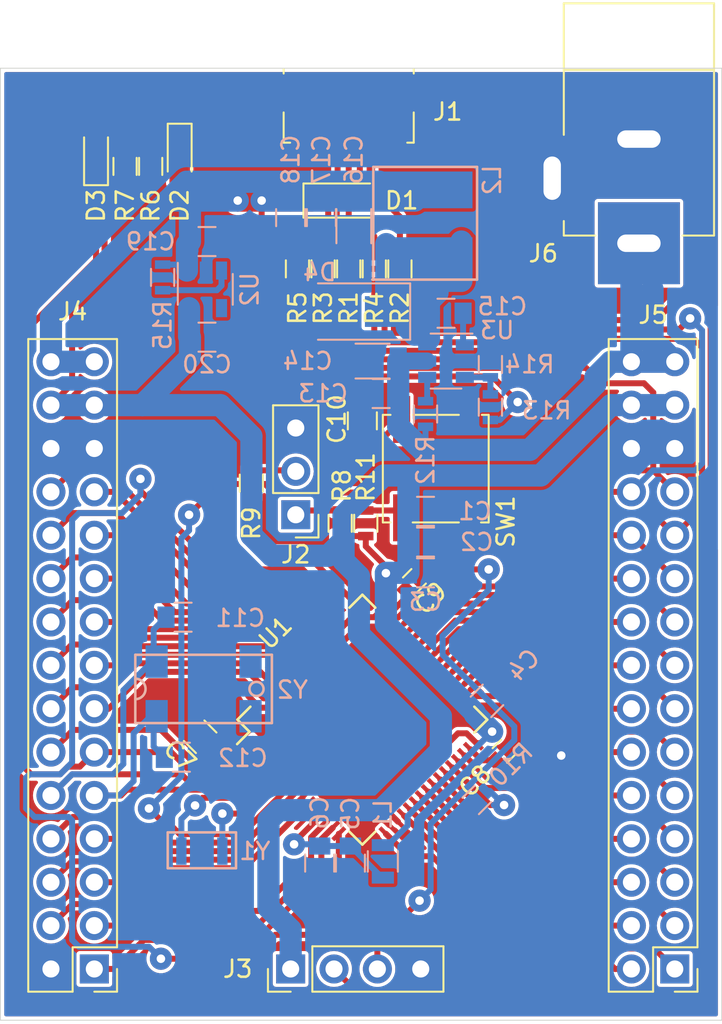
<source format=kicad_pcb>
(kicad_pcb (version 20171130) (host pcbnew "(5.1.2)-1")
  (layers (0 F.Cu signal) (31 B.Cu signal) (34 B.Paste user) (35 F.Paste user) (36 B.SilkS user) (37 F.SilkS user) (38 B.Mask user) (39 F.Mask user) (44 Edge.Cuts user))
  (net 0 "")
  (net 1 +3V3)
  (net 2 GND)
  (net 3 /VDDA)
  (net 4 /VBAT)
  (net 5 /VCAP1)
  (net 6 /VCAP2)
  (net 7 /NRST)
  (net 8 /PC14)
  (net 9 /PC15)
  (net 10 +VDC)
  (net 11 "Net-(C15-Pad2)")
  (net 12 "Net-(C15-Pad1)")
  (net 13 +5V)
  (net 14 "Net-(D1-Pad2)")
  (net 15 "Net-(D2-Pad2)")
  (net 16 "Net-(D3-Pad2)")
  (net 17 /PC13)
  (net 18 "Net-(J1-Pad2)")
  (net 19 "Net-(J1-Pad3)")
  (net 20 "Net-(J1-Pad4)")
  (net 21 "Net-(J2-Pad2)")
  (net 22 "Net-(J2-Pad1)")
  (net 23 /DCLK)
  (net 24 /DIO)
  (net 25 /PA2)
  (net 26 /PA1)
  (net 27 /PA0)
  (net 28 /PC3)
  (net 29 /PC2)
  (net 30 /PC1)
  (net 31 /PC0)
  (net 32 /PB9)
  (net 33 /PB8)
  (net 34 /PB7)
  (net 35 /PB6)
  (net 36 /PB5)
  (net 37 /PB4)
  (net 38 /PB3)
  (net 39 /PD2)
  (net 40 /PC12)
  (net 41 /PC11)
  (net 42 /PC10)
  (net 43 /PA15)
  (net 44 /PA11)
  (net 45 /PA12)
  (net 46 /PA9)
  (net 47 /PA10)
  (net 48 /PC9)
  (net 49 /PA8)
  (net 50 /PC7)
  (net 51 /PC8)
  (net 52 /PB15)
  (net 53 /PC6)
  (net 54 /PB13)
  (net 55 /PB14)
  (net 56 /PB11)
  (net 57 /PB12)
  (net 58 /PB1)
  (net 59 /PB10)
  (net 60 /PC5)
  (net 61 /PB0)
  (net 62 /PA7)
  (net 63 /PC4)
  (net 64 /PA5)
  (net 65 /PA6)
  (net 66 /PA3)
  (net 67 /PA4)
  (net 68 /BOOT0)
  (net 69 /BOOT1)
  (net 70 "Net-(R12-Pad2)")
  (net 71 "Net-(R13-Pad2)")
  (net 72 "Net-(R15-Pad1)")
  (net 73 /OSCB)
  (net 74 /OSCA)
  (net 75 "Net-(U2-Pad4)")
  (net 76 "Net-(Y2-Pad2)")
  (net 77 "Net-(Y2-Pad3)")
  (module .rpvM:Crystal_4pin_SMD_2.5x4.6 (layer B.Cu) (at 56.4 73.6)
    (fp_text reference Y2 (at 5.2 0.05) (layer B.SilkS) (effects (justify mirror)))
    (fp_text value 32.768K)
    (pad 4 smd rect (at -2.75 1.6) (size 1.3 1.9) (layers B.Cu B.Paste B.Mask) (net 9 /PC15))
    (pad 3 smd rect (at 2.75 1.6) (size 1.3 1.9) (layers B.Cu B.Paste B.Mask) (net 77 "Net-(Y2-Pad3)"))
    (pad 2 smd rect (at 2.75 -1.6) (size 1.3 1.9) (layers B.Cu B.Paste B.Mask) (net 76 "Net-(Y2-Pad2)"))
    (pad 1 smd rect (at -2.75 -1.6) (size 1.3 1.9) (layers B.Cu B.Paste B.Mask) (net 8 /PC14))
  )
  (module Capacitors_SMD:C_0805 (layer B.Cu) (at 69.4 63.2)
    (fp_text reference C1 (at 2.9 0 180) (layer B.SilkS) (effects (justify mirror)))
    (fp_text value 22uF)
    (pad 1 smd rect (at -1 0) (size 1 1.25) (layers B.Cu B.Paste B.Mask) (net 1 +3V3))
    (pad 2 smd rect (at 1 0) (size 1 1.25) (layers B.Cu B.Paste B.Mask) (net 2 GND))
  )
  (module Capacitors_SMD:C_0805 (layer B.Cu) (at 69.4 65)
    (fp_text reference C2 (at 3 0 180) (layer B.SilkS) (effects (justify mirror)))
    (fp_text value 100nF)
    (pad 2 smd rect (at 1 0) (size 1 1.25) (layers B.Cu B.Paste B.Mask) (net 2 GND))
    (pad 1 smd rect (at -1 0) (size 1 1.25) (layers B.Cu B.Paste B.Mask) (net 1 +3V3))
  )
  (module Capacitors_SMD:C_0805 (layer B.Cu) (at 69.4 66.8)
    (fp_text reference C3 (at 0 1.7 180) (layer B.SilkS) (effects (justify mirror)))
    (fp_text value 100nF)
    (pad 1 smd rect (at -1 0) (size 1 1.25) (layers B.Cu B.Paste B.Mask) (net 1 +3V3))
    (pad 2 smd rect (at 1 0) (size 1 1.25) (layers B.Cu B.Paste B.Mask) (net 2 GND))
  )
  (module Capacitors_SMD:C_0805 (layer B.Cu) (at 73 74.3 45)
    (fp_text reference C4 (at 3.005204 0.035355 45) (layer B.SilkS) (effects (justify mirror)))
    (fp_text value 100nF)
    (pad 2 smd rect (at 1 0 45) (size 1 1.25) (layers B.Cu B.Paste B.Mask) (net 2 GND))
    (pad 1 smd rect (at -1 0 45) (size 1 1.25) (layers B.Cu B.Paste B.Mask) (net 1 +3V3))
  )
  (module Capacitors_SMD:C_0805 (layer B.Cu) (at 65 83.8 270)
    (fp_text reference C5 (at -2.9 0 270) (layer B.SilkS) (effects (justify mirror)))
    (fp_text value 10uF)
    (pad 1 smd rect (at -1 0 270) (size 1 1.25) (layers B.Cu B.Paste B.Mask) (net 3 /VDDA))
    (pad 2 smd rect (at 1 0 270) (size 1 1.25) (layers B.Cu B.Paste B.Mask) (net 2 GND))
  )
  (module Capacitors_SMD:C_0805 (layer B.Cu) (at 63.2 83.8 270)
    (fp_text reference C6 (at -2.95 0 270) (layer B.SilkS) (effects (justify mirror)))
    (fp_text value 100nF)
    (pad 1 smd rect (at -1 0 270) (size 1 1.25) (layers B.Cu B.Paste B.Mask) (net 3 /VDDA))
    (pad 2 smd rect (at 1 0 270) (size 1 1.25) (layers B.Cu B.Paste B.Mask) (net 2 GND))
  )
  (module Capacitors_SMD:C_0805 (layer F.Cu) (at 56.2 76.4 135)
    (fp_text reference C7 (at 0.070711 -1.626346 135) (layer F.SilkS))
    (fp_text value 100nF)
    (pad 1 smd rect (at -1 0 135) (size 1 1.25) (layers F.Cu F.Paste F.Mask) (net 4 /VBAT))
    (pad 2 smd rect (at 1 0 135) (size 1 1.25) (layers F.Cu F.Paste F.Mask) (net 2 GND))
  )
  (module Capacitors_SMD:C_0603 (layer F.Cu) (at 74 77.25 45)
    (fp_text reference C8 (at -2.439518 0.035355 45) (layer F.SilkS))
    (fp_text value 2.2uF)
    (pad 2 smd rect (at 0.75 0 45) (size 0.8 0.75) (layers F.Cu F.Paste F.Mask) (net 2 GND))
    (pad 1 smd rect (at -0.75 0 45) (size 0.8 0.75) (layers F.Cu F.Paste F.Mask) (net 5 /VCAP1))
  )
  (module Capacitors_SMD:C_0603 (layer F.Cu) (at 68.75 67.25 45)
    (fp_text reference C9 (at -0.070711 1.414214 45) (layer F.SilkS))
    (fp_text value 2.2uF)
    (pad 1 smd rect (at -0.75 0 45) (size 0.8 0.75) (layers F.Cu F.Paste F.Mask) (net 6 /VCAP2))
    (pad 2 smd rect (at 0.75 0 45) (size 0.8 0.75) (layers F.Cu F.Paste F.Mask) (net 2 GND))
  )
  (module Capacitors_SMD:C_0805 (layer F.Cu) (at 65.7 57.9 90)
    (fp_text reference C10 (at 0.1 -1.5 90) (layer F.SilkS))
    (fp_text value 100nF)
    (pad 2 smd rect (at 1 0 90) (size 1 1.25) (layers F.Cu F.Paste F.Mask) (net 2 GND))
    (pad 1 smd rect (at -1 0 90) (size 1 1.25) (layers F.Cu F.Paste F.Mask) (net 7 /NRST))
  )
  (module Capacitors_SMD:C_0805 (layer B.Cu) (at 55.2 69.4)
    (fp_text reference C11 (at 3.35 0.05) (layer B.SilkS) (effects (justify mirror)))
    (fp_text value 22pF)
    (pad 2 smd rect (at 1 0) (size 1 1.25) (layers B.Cu B.Paste B.Mask) (net 2 GND))
    (pad 1 smd rect (at -1 0) (size 1 1.25) (layers B.Cu B.Paste B.Mask) (net 8 /PC14))
  )
  (module Capacitors_SMD:C_0805 (layer B.Cu) (at 55.1 77.6)
    (fp_text reference C12 (at 3.6 0.05) (layer B.SilkS) (effects (justify mirror)))
    (fp_text value 22pF)
    (pad 1 smd rect (at -1 0) (size 1 1.25) (layers B.Cu B.Paste B.Mask) (net 9 /PC15))
    (pad 2 smd rect (at 1 0) (size 1 1.25) (layers B.Cu B.Paste B.Mask) (net 2 GND))
  )
  (module Capacitors_SMD:C_0805 (layer B.Cu) (at 66.8 56.3 180)
    (fp_text reference C13 (at 3.4 0 180) (layer B.SilkS) (effects (justify mirror)))
    (fp_text value 22uF)
    (pad 1 smd rect (at -1 0 180) (size 1 1.25) (layers B.Cu B.Paste B.Mask) (net 10 +VDC))
    (pad 2 smd rect (at 1 0 180) (size 1 1.25) (layers B.Cu B.Paste B.Mask) (net 2 GND))
  )
  (module Capacitors_SMD:C_1206 (layer B.Cu) (at 66.3 54.4 180)
    (fp_text reference C14 (at 3.8 0 180) (layer B.SilkS) (effects (justify mirror)))
    (fp_text value 47uF)
    (pad 1 smd rect (at -1.5 0 180) (size 1 1.6) (layers B.Cu B.Paste B.Mask) (net 10 +VDC))
    (pad 2 smd rect (at 1.5 0 180) (size 1 1.6) (layers B.Cu B.Paste B.Mask) (net 2 GND))
  )
  (module Capacitors_SMD:C_0805 (layer B.Cu) (at 70.6 51.6)
    (fp_text reference C15 (at 3.3 -0.4 180) (layer B.SilkS) (effects (justify mirror)))
    (fp_text value 100nF)
    (pad 2 smd rect (at 1 0) (size 1 1.25) (layers B.Cu B.Paste B.Mask) (net 11 "Net-(C15-Pad2)"))
    (pad 1 smd rect (at -1 0) (size 1 1.25) (layers B.Cu B.Paste B.Mask) (net 12 "Net-(C15-Pad1)"))
  )
  (module Capacitors_SMD:C_1206 (layer B.Cu) (at 65.2 46.5 270)
    (fp_text reference C16 (at -3.9 0 90) (layer B.SilkS) (effects (justify mirror)))
    (fp_text value 100uF)
    (pad 2 smd rect (at 1.5 0 270) (size 1 1.6) (layers B.Cu B.Paste B.Mask) (net 2 GND))
    (pad 1 smd rect (at -1.5 0 270) (size 1 1.6) (layers B.Cu B.Paste B.Mask) (net 13 +5V))
  )
  (module Capacitors_SMD:C_0805 (layer B.Cu) (at 63.3 46 270)
    (fp_text reference C17 (at -3.4 0 90) (layer B.SilkS) (effects (justify mirror)))
    (fp_text value 22uF)
    (pad 1 smd rect (at -1 0 270) (size 1 1.25) (layers B.Cu B.Paste B.Mask) (net 13 +5V))
    (pad 2 smd rect (at 1 0 270) (size 1 1.25) (layers B.Cu B.Paste B.Mask) (net 2 GND))
  )
  (module Capacitors_SMD:C_0805 (layer B.Cu) (at 61.5 46 270)
    (fp_text reference C18 (at -3.4 0 90) (layer B.SilkS) (effects (justify mirror)))
    (fp_text value 22uF)
    (pad 2 smd rect (at 1 0 270) (size 1 1.25) (layers B.Cu B.Paste B.Mask) (net 2 GND))
    (pad 1 smd rect (at -1 0 270) (size 1 1.25) (layers B.Cu B.Paste B.Mask) (net 13 +5V))
  )
  (module Capacitors_SMD:C_0805 (layer B.Cu) (at 56.6 47.4)
    (fp_text reference C19 (at -3.3 0 180) (layer B.SilkS) (effects (justify mirror)))
    (fp_text value 10uF)
    (pad 2 smd rect (at 1 0) (size 1 1.25) (layers B.Cu B.Paste B.Mask) (net 2 GND))
    (pad 1 smd rect (at -1 0) (size 1 1.25) (layers B.Cu B.Paste B.Mask) (net 13 +5V))
  )
  (module Capacitors_SMD:C_0805 (layer B.Cu) (at 56.6 53)
    (fp_text reference C20 (at 0 1.6 180) (layer B.SilkS) (effects (justify mirror)))
    (fp_text value 10uF)
    (pad 2 smd rect (at 1 0) (size 1 1.25) (layers B.Cu B.Paste B.Mask) (net 2 GND))
    (pad 1 smd rect (at -1 0) (size 1 1.25) (layers B.Cu B.Paste B.Mask) (net 1 +3V3))
  )
  (module Diodes_SMD:D_SOD-123 (layer F.Cu) (at 64.5 45)
    (fp_text reference D1 (at 3.5 0) (layer F.SilkS))
    (fp_text value MBR0530)
    (pad 2 smd rect (at 1.65 0) (size 0.9 1.2) (layers F.Cu F.Paste F.Mask) (net 14 "Net-(D1-Pad2)"))
    (pad 1 smd rect (at -1.65 0) (size 0.9 1.2) (layers F.Cu F.Paste F.Mask) (net 13 +5V))
  )
  (module LEDs:LED_0805 (layer F.Cu) (at 55 42.3 270)
    (fp_text reference D2 (at 3 0 90) (layer F.SilkS))
    (fp_text value LED)
    (pad 1 smd rect (at -1.1 0 90) (size 1.2 1.2) (layers F.Cu F.Paste F.Mask) (net 2 GND))
    (pad 2 smd rect (at 1.1 0 90) (size 1.2 1.2) (layers F.Cu F.Paste F.Mask) (net 15 "Net-(D2-Pad2)"))
  )
  (module LEDs:LED_0805 (layer F.Cu) (at 50.1 42.3 90)
    (fp_text reference D3 (at -3 0 90) (layer F.SilkS))
    (fp_text value LED)
    (pad 2 smd rect (at 1.1 0 270) (size 1.2 1.2) (layers F.Cu F.Paste F.Mask) (net 16 "Net-(D3-Pad2)"))
    (pad 1 smd rect (at -1.1 0 270) (size 1.2 1.2) (layers F.Cu F.Paste F.Mask) (net 17 /PC13))
  )
  (module Diodes_SMD:D_SMA (layer B.Cu) (at 65.1 51.5 180)
    (fp_text reference D4 (at 1.9 2.3 180) (layer B.SilkS) (effects (justify mirror)))
    (fp_text value SS24)
    (pad 2 smd rect (at 2 0 180) (size 2.5 1.8) (layers B.Cu B.Paste B.Mask) (net 2 GND))
    (pad 1 smd rect (at -2 0 180) (size 2.5 1.8) (layers B.Cu B.Paste B.Mask) (net 12 "Net-(C15-Pad1)"))
  )
  (module Connectors_USB:USB_Micro-B_Molex_47346-0001 (layer F.Cu) (at 64.9 38.7 180)
    (fp_text reference J1 (at -5.8 -1.1 180) (layer F.SilkS))
    (fp_text value USB)
    (pad 1 smd rect (at -1.3 -2.66 180) (size 0.45 1.38) (layers F.Cu F.Paste F.Mask) (net 14 "Net-(D1-Pad2)"))
    (pad 2 smd rect (at -0.65 -2.66 180) (size 0.45 1.38) (layers F.Cu F.Paste F.Mask) (net 18 "Net-(J1-Pad2)"))
    (pad 3 smd rect (at 0 -2.66 180) (size 0.45 1.38) (layers F.Cu F.Paste F.Mask) (net 19 "Net-(J1-Pad3)"))
    (pad 4 smd rect (at 0.65 -2.66 180) (size 0.45 1.38) (layers F.Cu F.Paste F.Mask) (net 20 "Net-(J1-Pad4)"))
    (pad 5 smd rect (at 1.3 -2.66 180) (size 0.45 1.38) (layers F.Cu F.Paste F.Mask) (net 2 GND))
    (pad 6 smd rect (at -2.4625 -2.3 180) (size 1.475 2.1) (layers F.Cu F.Paste F.Mask) (net 2 GND))
    (pad 6 smd rect (at 2.4625 -2.3 180) (size 1.475 2.1) (layers F.Cu F.Paste F.Mask) (net 2 GND))
    (pad 6 smd rect (at -2.91 0 180) (size 2.375 1.9) (layers F.Cu F.Paste F.Mask) (net 2 GND))
    (pad 6 smd rect (at 2.91 0 180) (size 2.375 1.9) (layers F.Cu F.Paste F.Mask) (net 2 GND))
    (pad 6 smd rect (at -0.84 0 180) (size 1.175 1.9) (layers F.Cu F.Paste F.Mask) (net 2 GND))
    (pad 6 smd rect (at 0.84 0 180) (size 1.175 1.9) (layers F.Cu F.Paste F.Mask) (net 2 GND))
  )
  (module Pin_Headers:Pin_Header_Straight_1x03_Pitch2.54mm (layer F.Cu) (at 61.8 63.4 180)
    (fp_text reference J2 (at 0 -2.33) (layer F.SilkS))
    (fp_text value BOOT)
    (pad 3 thru_hole oval (at 0 5.08 180) (size 1.7 1.7) (drill 1) (layers *.Cu *.Mask) (net 2 GND))
    (pad 2 thru_hole oval (at 0 2.54 180) (size 1.7 1.7) (drill 1) (layers *.Cu *.Mask) (net 21 "Net-(J2-Pad2)"))
    (pad 1 thru_hole rect (at 0 0 180) (size 1.7 1.7) (drill 1) (layers *.Cu *.Mask) (net 22 "Net-(J2-Pad1)"))
  )
  (module Pin_Headers:Pin_Header_Straight_1x04_Pitch2.54mm (layer F.Cu) (at 61.5 90 90)
    (fp_text reference J3 (at 0 -3.1 180) (layer F.SilkS))
    (fp_text value STLink)
    (pad 4 thru_hole oval (at 0 7.62 90) (size 1.7 1.7) (drill 1) (layers *.Cu *.Mask) (net 2 GND))
    (pad 3 thru_hole oval (at 0 5.08 90) (size 1.7 1.7) (drill 1) (layers *.Cu *.Mask) (net 23 /DCLK))
    (pad 2 thru_hole oval (at 0 2.54 90) (size 1.7 1.7) (drill 1) (layers *.Cu *.Mask) (net 24 /DIO))
    (pad 1 thru_hole rect (at 0 0 90) (size 1.7 1.7) (drill 1) (layers *.Cu *.Mask) (net 1 +3V3))
  )
  (module Pin_Headers:Pin_Header_Straight_2x15_Pitch2.54mm (layer F.Cu) (at 50 90 180)
    (fp_text reference J4 (at 1.27 38.5) (layer F.SilkS))
    (fp_text value " ")
    (pad 1 thru_hole rect (at 0 0 180) (size 1.7 1.7) (drill 1) (layers *.Cu *.Mask) (net 25 /PA2))
    (pad 2 thru_hole oval (at 2.54 0 180) (size 1.7 1.7) (drill 1) (layers *.Cu *.Mask) (net 2 GND))
    (pad 3 thru_hole oval (at 0 2.54 180) (size 1.7 1.7) (drill 1) (layers *.Cu *.Mask) (net 26 /PA1))
    (pad 4 thru_hole oval (at 2.54 2.54 180) (size 1.7 1.7) (drill 1) (layers *.Cu *.Mask) (net 27 /PA0))
    (pad 5 thru_hole oval (at 0 5.08 180) (size 1.7 1.7) (drill 1) (layers *.Cu *.Mask) (net 28 /PC3))
    (pad 6 thru_hole oval (at 2.54 5.08 180) (size 1.7 1.7) (drill 1) (layers *.Cu *.Mask) (net 29 /PC2))
    (pad 7 thru_hole oval (at 0 7.62 180) (size 1.7 1.7) (drill 1) (layers *.Cu *.Mask) (net 30 /PC1))
    (pad 8 thru_hole oval (at 2.54 7.62 180) (size 1.7 1.7) (drill 1) (layers *.Cu *.Mask) (net 31 /PC0))
    (pad 9 thru_hole oval (at 0 10.16 180) (size 1.7 1.7) (drill 1) (layers *.Cu *.Mask) (net 9 /PC15))
    (pad 10 thru_hole oval (at 2.54 10.16 180) (size 1.7 1.7) (drill 1) (layers *.Cu *.Mask) (net 8 /PC14))
    (pad 11 thru_hole oval (at 0 12.7 180) (size 1.7 1.7) (drill 1) (layers *.Cu *.Mask) (net 17 /PC13))
    (pad 12 thru_hole oval (at 2.54 12.7 180) (size 1.7 1.7) (drill 1) (layers *.Cu *.Mask) (net 4 /VBAT))
    (pad 13 thru_hole oval (at 0 15.24 180) (size 1.7 1.7) (drill 1) (layers *.Cu *.Mask) (net 32 /PB9))
    (pad 14 thru_hole oval (at 2.54 15.24 180) (size 1.7 1.7) (drill 1) (layers *.Cu *.Mask) (net 33 /PB8))
    (pad 15 thru_hole oval (at 0 17.78 180) (size 1.7 1.7) (drill 1) (layers *.Cu *.Mask) (net 34 /PB7))
    (pad 16 thru_hole oval (at 2.54 17.78 180) (size 1.7 1.7) (drill 1) (layers *.Cu *.Mask) (net 35 /PB6))
    (pad 17 thru_hole oval (at 0 20.32 180) (size 1.7 1.7) (drill 1) (layers *.Cu *.Mask) (net 36 /PB5))
    (pad 18 thru_hole oval (at 2.54 20.32 180) (size 1.7 1.7) (drill 1) (layers *.Cu *.Mask) (net 37 /PB4))
    (pad 19 thru_hole oval (at 0 22.86 180) (size 1.7 1.7) (drill 1) (layers *.Cu *.Mask) (net 38 /PB3))
    (pad 20 thru_hole oval (at 2.54 22.86 180) (size 1.7 1.7) (drill 1) (layers *.Cu *.Mask) (net 39 /PD2))
    (pad 21 thru_hole oval (at 0 25.4 180) (size 1.7 1.7) (drill 1) (layers *.Cu *.Mask) (net 40 /PC12))
    (pad 22 thru_hole oval (at 2.54 25.4 180) (size 1.7 1.7) (drill 1) (layers *.Cu *.Mask) (net 41 /PC11))
    (pad 23 thru_hole oval (at 0 27.94 180) (size 1.7 1.7) (drill 1) (layers *.Cu *.Mask) (net 42 /PC10))
    (pad 24 thru_hole oval (at 2.54 27.94 180) (size 1.7 1.7) (drill 1) (layers *.Cu *.Mask) (net 43 /PA15))
    (pad 25 thru_hole oval (at 0 30.48 180) (size 1.7 1.7) (drill 1) (layers *.Cu *.Mask) (net 2 GND))
    (pad 26 thru_hole oval (at 2.54 30.48 180) (size 1.7 1.7) (drill 1) (layers *.Cu *.Mask) (net 2 GND))
    (pad 27 thru_hole oval (at 0 33.02 180) (size 1.7 1.7) (drill 1) (layers *.Cu *.Mask) (net 1 +3V3))
    (pad 28 thru_hole oval (at 2.54 33.02 180) (size 1.7 1.7) (drill 1) (layers *.Cu *.Mask) (net 1 +3V3))
    (pad 29 thru_hole oval (at 0 35.56 180) (size 1.7 1.7) (drill 1) (layers *.Cu *.Mask) (net 13 +5V))
    (pad 30 thru_hole oval (at 2.54 35.56 180) (size 1.7 1.7) (drill 1) (layers *.Cu *.Mask) (net 13 +5V))
  )
  (module Pin_Headers:Pin_Header_Straight_2x15_Pitch2.54mm (layer F.Cu) (at 84 90 180)
    (fp_text reference J5 (at 1.27 38.3) (layer F.SilkS))
    (fp_text value " ")
    (pad 30 thru_hole oval (at 2.54 35.56 180) (size 1.7 1.7) (drill 1) (layers *.Cu *.Mask) (net 10 +VDC))
    (pad 29 thru_hole oval (at 0 35.56 180) (size 1.7 1.7) (drill 1) (layers *.Cu *.Mask) (net 10 +VDC))
    (pad 28 thru_hole oval (at 2.54 33.02 180) (size 1.7 1.7) (drill 1) (layers *.Cu *.Mask) (net 1 +3V3))
    (pad 27 thru_hole oval (at 0 33.02 180) (size 1.7 1.7) (drill 1) (layers *.Cu *.Mask) (net 1 +3V3))
    (pad 26 thru_hole oval (at 2.54 30.48 180) (size 1.7 1.7) (drill 1) (layers *.Cu *.Mask) (net 2 GND))
    (pad 25 thru_hole oval (at 0 30.48 180) (size 1.7 1.7) (drill 1) (layers *.Cu *.Mask) (net 2 GND))
    (pad 24 thru_hole oval (at 2.54 27.94 180) (size 1.7 1.7) (drill 1) (layers *.Cu *.Mask) (net 44 /PA11))
    (pad 23 thru_hole oval (at 0 27.94 180) (size 1.7 1.7) (drill 1) (layers *.Cu *.Mask) (net 45 /PA12))
    (pad 22 thru_hole oval (at 2.54 25.4 180) (size 1.7 1.7) (drill 1) (layers *.Cu *.Mask) (net 46 /PA9))
    (pad 21 thru_hole oval (at 0 25.4 180) (size 1.7 1.7) (drill 1) (layers *.Cu *.Mask) (net 47 /PA10))
    (pad 20 thru_hole oval (at 2.54 22.86 180) (size 1.7 1.7) (drill 1) (layers *.Cu *.Mask) (net 48 /PC9))
    (pad 19 thru_hole oval (at 0 22.86 180) (size 1.7 1.7) (drill 1) (layers *.Cu *.Mask) (net 49 /PA8))
    (pad 18 thru_hole oval (at 2.54 20.32 180) (size 1.7 1.7) (drill 1) (layers *.Cu *.Mask) (net 50 /PC7))
    (pad 17 thru_hole oval (at 0 20.32 180) (size 1.7 1.7) (drill 1) (layers *.Cu *.Mask) (net 51 /PC8))
    (pad 16 thru_hole oval (at 2.54 17.78 180) (size 1.7 1.7) (drill 1) (layers *.Cu *.Mask) (net 52 /PB15))
    (pad 15 thru_hole oval (at 0 17.78 180) (size 1.7 1.7) (drill 1) (layers *.Cu *.Mask) (net 53 /PC6))
    (pad 14 thru_hole oval (at 2.54 15.24 180) (size 1.7 1.7) (drill 1) (layers *.Cu *.Mask) (net 54 /PB13))
    (pad 13 thru_hole oval (at 0 15.24 180) (size 1.7 1.7) (drill 1) (layers *.Cu *.Mask) (net 55 /PB14))
    (pad 12 thru_hole oval (at 2.54 12.7 180) (size 1.7 1.7) (drill 1) (layers *.Cu *.Mask) (net 56 /PB11))
    (pad 11 thru_hole oval (at 0 12.7 180) (size 1.7 1.7) (drill 1) (layers *.Cu *.Mask) (net 57 /PB12))
    (pad 10 thru_hole oval (at 2.54 10.16 180) (size 1.7 1.7) (drill 1) (layers *.Cu *.Mask) (net 58 /PB1))
    (pad 9 thru_hole oval (at 0 10.16 180) (size 1.7 1.7) (drill 1) (layers *.Cu *.Mask) (net 59 /PB10))
    (pad 8 thru_hole oval (at 2.54 7.62 180) (size 1.7 1.7) (drill 1) (layers *.Cu *.Mask) (net 60 /PC5))
    (pad 7 thru_hole oval (at 0 7.62 180) (size 1.7 1.7) (drill 1) (layers *.Cu *.Mask) (net 61 /PB0))
    (pad 6 thru_hole oval (at 2.54 5.08 180) (size 1.7 1.7) (drill 1) (layers *.Cu *.Mask) (net 62 /PA7))
    (pad 5 thru_hole oval (at 0 5.08 180) (size 1.7 1.7) (drill 1) (layers *.Cu *.Mask) (net 63 /PC4))
    (pad 4 thru_hole oval (at 2.54 2.54 180) (size 1.7 1.7) (drill 1) (layers *.Cu *.Mask) (net 64 /PA5))
    (pad 3 thru_hole oval (at 0 2.54 180) (size 1.7 1.7) (drill 1) (layers *.Cu *.Mask) (net 65 /PA6))
    (pad 2 thru_hole oval (at 2.54 0 180) (size 1.7 1.7) (drill 1) (layers *.Cu *.Mask) (net 66 /PA3))
    (pad 1 thru_hole rect (at 0 0 180) (size 1.7 1.7) (drill 1) (layers *.Cu *.Mask) (net 67 /PA4))
  )
  (module Connectors:JACK_ALIM (layer F.Cu) (at 81.9 47.5 270)
    (fp_text reference J6 (at 0.6 5.6 180) (layer F.SilkS))
    (fp_text value " ")
    (pad 2 thru_hole circle (at -6.1 0 270) (size 4.8 4.8) (drill oval 1.02 2.54) (layers *.Cu *.Mask) (net 2 GND))
    (pad 1 thru_hole rect (at 0 0 270) (size 4.8 4.8) (drill oval 1.02 2.54) (layers *.Cu *.Mask) (net 10 +VDC))
    (pad 3 thru_hole circle (at -3.81 5.08 270) (size 4.8 4.8) (drill oval 2.54 1.02) (layers *.Cu *.Mask) (net 2 GND))
  )
  (module Inductors_SMD:L_0805 (layer B.Cu) (at 66.9 83.7 270)
    (fp_text reference L1 (at -2.75 0 270) (layer B.SilkS) (effects (justify mirror)))
    (fp_text value 10uH)
    (pad 1 smd rect (at -0.95 0 270) (size 0.7 1.3) (layers B.Cu B.Paste B.Mask) (net 1 +3V3))
    (pad 2 smd rect (at 0.95 0 270) (size 0.7 1.3) (layers B.Cu B.Paste B.Mask) (net 3 /VDDA))
  )
  (module .rpvM:Inductor-CD54 (layer B.Cu) (at 69.4 46.3)
    (fp_text reference L2 (at 3.9 -2.5 90) (layer B.SilkS) (effects (justify mirror)))
    (fp_text value 10uH)
    (pad 1 smd rect (at 0 1.925) (size 5.5 2.15) (layers B.Cu B.Paste B.Mask) (net 12 "Net-(C15-Pad1)"))
    (pad 2 smd rect (at 0 -1.925) (size 5.5 2.15) (layers B.Cu B.Paste B.Mask) (net 13 +5V))
  )
  (module Resistors_SMD:R_0603 (layer F.Cu) (at 64.9 49 270)
    (fp_text reference R1 (at 2.3 0 90) (layer F.SilkS))
    (fp_text value 1K5)
    (pad 2 smd rect (at 0.75 0 270) (size 0.5 0.9) (layers F.Cu F.Paste F.Mask) (net 14 "Net-(D1-Pad2)"))
    (pad 1 smd rect (at -0.75 0 270) (size 0.5 0.9) (layers F.Cu F.Paste F.Mask) (net 19 "Net-(J1-Pad3)"))
  )
  (module Resistors_SMD:R_0603 (layer F.Cu) (at 67.9 49 90)
    (fp_text reference R2 (at -2.3 0 90) (layer F.SilkS))
    (fp_text value 560R)
    (pad 2 smd rect (at 0.75 0 90) (size 0.5 0.9) (layers F.Cu F.Paste F.Mask) (net 14 "Net-(D1-Pad2)"))
    (pad 1 smd rect (at -0.75 0 90) (size 0.5 0.9) (layers F.Cu F.Paste F.Mask) (net 46 /PA9))
  )
  (module Resistors_SMD:R_0603 (layer F.Cu) (at 63.4 49 90)
    (fp_text reference R3 (at -2.3 0 90) (layer F.SilkS))
    (fp_text value 22R)
    (pad 2 smd rect (at 0.75 0 90) (size 0.5 0.9) (layers F.Cu F.Paste F.Mask) (net 19 "Net-(J1-Pad3)"))
    (pad 1 smd rect (at -0.75 0 90) (size 0.5 0.9) (layers F.Cu F.Paste F.Mask) (net 45 /PA12))
  )
  (module Resistors_SMD:R_0603 (layer F.Cu) (at 66.4 49 90)
    (fp_text reference R4 (at -2.3 0 90) (layer F.SilkS))
    (fp_text value 22R)
    (pad 1 smd rect (at -0.75 0 90) (size 0.5 0.9) (layers F.Cu F.Paste F.Mask) (net 44 /PA11))
    (pad 2 smd rect (at 0.75 0 90) (size 0.5 0.9) (layers F.Cu F.Paste F.Mask) (net 18 "Net-(J1-Pad2)"))
  )
  (module Resistors_SMD:R_0603 (layer F.Cu) (at 61.9 49 90)
    (fp_text reference R5 (at -2.3 0 90) (layer F.SilkS))
    (fp_text value 560R)
    (pad 1 smd rect (at -0.75 0 90) (size 0.5 0.9) (layers F.Cu F.Paste F.Mask) (net 47 /PA10))
    (pad 2 smd rect (at 0.75 0 90) (size 0.5 0.9) (layers F.Cu F.Paste F.Mask) (net 20 "Net-(J1-Pad4)"))
  )
  (module Resistors_SMD:R_0603 (layer F.Cu) (at 53.3 43 90)
    (fp_text reference R6 (at -2.3 0 90) (layer F.SilkS))
    (fp_text value 4K91)
    (pad 2 smd rect (at 0.75 0 90) (size 0.5 0.9) (layers F.Cu F.Paste F.Mask) (net 15 "Net-(D2-Pad2)"))
    (pad 1 smd rect (at -0.75 0 90) (size 0.5 0.9) (layers F.Cu F.Paste F.Mask) (net 1 +3V3))
  )
  (module Resistors_SMD:R_0603 (layer F.Cu) (at 51.8 43 90)
    (fp_text reference R7 (at -2.3 0 90) (layer F.SilkS))
    (fp_text value 4K91)
    (pad 1 smd rect (at -0.75 0 90) (size 0.5 0.9) (layers F.Cu F.Paste F.Mask) (net 1 +3V3))
    (pad 2 smd rect (at 0.75 0 90) (size 0.5 0.9) (layers F.Cu F.Paste F.Mask) (net 16 "Net-(D3-Pad2)"))
  )
  (module Resistors_SMD:R_0603 (layer F.Cu) (at 64.4 63.9 270)
    (fp_text reference R8 (at -2.2 -0.1 90) (layer F.SilkS))
    (fp_text value 10K)
    (pad 2 smd rect (at 0.75 0 270) (size 0.5 0.9) (layers F.Cu F.Paste F.Mask) (net 1 +3V3))
    (pad 1 smd rect (at -0.75 0 270) (size 0.5 0.9) (layers F.Cu F.Paste F.Mask) (net 22 "Net-(J2-Pad1)"))
  )
  (module Resistors_SMD:R_0603 (layer F.Cu) (at 59.2 61.55 270)
    (fp_text reference R9 (at 2.35 0 90) (layer F.SilkS))
    (fp_text value 560R)
    (pad 1 smd rect (at -0.75 0 270) (size 0.5 0.9) (layers F.Cu F.Paste F.Mask) (net 21 "Net-(J2-Pad2)"))
    (pad 2 smd rect (at 0.75 0 270) (size 0.5 0.9) (layers F.Cu F.Paste F.Mask) (net 68 /BOOT0))
  )
  (module Resistors_SMD:R_0603 (layer B.Cu) (at 72.4 80.1 45)
    (fp_text reference R10 (at 2.863782 -0.035355 225) (layer B.SilkS) (effects (justify mirror)))
    (fp_text value 100K)
    (pad 1 smd rect (at -0.75 0 45) (size 0.5 0.9) (layers B.Cu B.Paste B.Mask) (net 2 GND))
    (pad 2 smd rect (at 0.75 0 45) (size 0.5 0.9) (layers B.Cu B.Paste B.Mask) (net 69 /BOOT1))
  )
  (module Resistors_SMD:R_0603 (layer F.Cu) (at 65.9 63.9 270)
    (fp_text reference R11 (at -2.7 0 90) (layer F.SilkS))
    (fp_text value 10K)
    (pad 2 smd rect (at 0.75 0 270) (size 0.5 0.9) (layers F.Cu F.Paste F.Mask) (net 1 +3V3))
    (pad 1 smd rect (at -0.75 0 270) (size 0.5 0.9) (layers F.Cu F.Paste F.Mask) (net 7 /NRST))
  )
  (module Resistors_SMD:R_0603 (layer B.Cu) (at 69.4 57.5 90)
    (fp_text reference R12 (at -2.7 0 90) (layer B.SilkS) (effects (justify mirror)))
    (fp_text value 100K)
    (pad 1 smd rect (at -0.75 0 90) (size 0.5 0.9) (layers B.Cu B.Paste B.Mask) (net 10 +VDC))
    (pad 2 smd rect (at 0.75 0 90) (size 0.5 0.9) (layers B.Cu B.Paste B.Mask) (net 70 "Net-(R12-Pad2)"))
  )
  (module Resistors_SMD:R_0603 (layer B.Cu) (at 73.2 57.1 90)
    (fp_text reference R13 (at -0.2 3.3 180) (layer B.SilkS) (effects (justify mirror)))
    (fp_text value 82K)
    (pad 1 smd rect (at -0.75 0 90) (size 0.5 0.9) (layers B.Cu B.Paste B.Mask) (net 13 +5V))
    (pad 2 smd rect (at 0.75 0 90) (size 0.5 0.9) (layers B.Cu B.Paste B.Mask) (net 71 "Net-(R13-Pad2)"))
  )
  (module Resistors_SMD:R_0603 (layer B.Cu) (at 73.2 54.6 90)
    (fp_text reference R14 (at 0 2.3) (layer B.SilkS) (effects (justify mirror)))
    (fp_text value 15K)
    (pad 2 smd rect (at 0.75 0 90) (size 0.5 0.9) (layers B.Cu B.Paste B.Mask) (net 2 GND))
    (pad 1 smd rect (at -0.75 0 90) (size 0.5 0.9) (layers B.Cu B.Paste B.Mask) (net 71 "Net-(R13-Pad2)"))
  )
  (module Resistors_SMD:R_0603 (layer B.Cu) (at 54 49.5 90)
    (fp_text reference R15 (at -2.8 0 90) (layer B.SilkS) (effects (justify mirror)))
    (fp_text value 10K)
    (pad 2 smd rect (at 0.75 0 90) (size 0.5 0.9) (layers B.Cu B.Paste B.Mask) (net 13 +5V))
    (pad 1 smd rect (at -0.75 0 90) (size 0.5 0.9) (layers B.Cu B.Paste B.Mask) (net 72 "Net-(R15-Pad1)"))
  )
  (module Buttons_Switches_SMD:SW_SPST_EVPBF (layer F.Cu) (at 70 60.7 90)
    (fp_text reference SW1 (at -3.1 4.1 90) (layer F.SilkS))
    (fp_text value RESET)
    (pad 2 smd rect (at 2.88 2 90) (size 2.75 1) (layers F.Cu F.Paste F.Mask) (net 2 GND))
    (pad 2 smd rect (at -2.88 2 90) (size 2.75 1) (layers F.Cu F.Paste F.Mask) (net 2 GND))
    (pad 1 smd rect (at -2.88 -2 90) (size 2.75 1) (layers F.Cu F.Paste F.Mask) (net 7 /NRST))
    (pad 1 smd rect (at 2.88 -2 90) (size 2.75 1) (layers F.Cu F.Paste F.Mask) (net 7 /NRST))
  )
  (module Housings_QFP:LQFP-64_10x10mm_Pitch0.5mm (layer F.Cu) (at 65.7 75.4 45)
    (fp_text reference U1 (at 0 -7.2 45) (layer F.SilkS))
    (fp_text value STM32F405RGT6)
    (pad 64 smd rect (at -3.75 -5.7 135) (size 1 0.25) (layers F.Cu F.Paste F.Mask) (net 1 +3V3))
    (pad 63 smd rect (at -3.25 -5.7 135) (size 1 0.25) (layers F.Cu F.Paste F.Mask) (net 2 GND))
    (pad 62 smd rect (at -2.75 -5.7 135) (size 1 0.25) (layers F.Cu F.Paste F.Mask) (net 32 /PB9))
    (pad 61 smd rect (at -2.25 -5.7 135) (size 1 0.25) (layers F.Cu F.Paste F.Mask) (net 33 /PB8))
    (pad 60 smd rect (at -1.75 -5.7 135) (size 1 0.25) (layers F.Cu F.Paste F.Mask) (net 68 /BOOT0))
    (pad 59 smd rect (at -1.25 -5.7 135) (size 1 0.25) (layers F.Cu F.Paste F.Mask) (net 34 /PB7))
    (pad 58 smd rect (at -0.75 -5.7 135) (size 1 0.25) (layers F.Cu F.Paste F.Mask) (net 35 /PB6))
    (pad 57 smd rect (at -0.25 -5.7 135) (size 1 0.25) (layers F.Cu F.Paste F.Mask) (net 36 /PB5))
    (pad 56 smd rect (at 0.25 -5.7 135) (size 1 0.25) (layers F.Cu F.Paste F.Mask) (net 37 /PB4))
    (pad 55 smd rect (at 0.75 -5.7 135) (size 1 0.25) (layers F.Cu F.Paste F.Mask) (net 38 /PB3))
    (pad 54 smd rect (at 1.25 -5.7 135) (size 1 0.25) (layers F.Cu F.Paste F.Mask) (net 39 /PD2))
    (pad 53 smd rect (at 1.75 -5.7 135) (size 1 0.25) (layers F.Cu F.Paste F.Mask) (net 40 /PC12))
    (pad 52 smd rect (at 2.25 -5.7 135) (size 1 0.25) (layers F.Cu F.Paste F.Mask) (net 41 /PC11))
    (pad 51 smd rect (at 2.75 -5.7 135) (size 1 0.25) (layers F.Cu F.Paste F.Mask) (net 42 /PC10))
    (pad 50 smd rect (at 3.25 -5.7 135) (size 1 0.25) (layers F.Cu F.Paste F.Mask) (net 43 /PA15))
    (pad 49 smd rect (at 3.75 -5.7 135) (size 1 0.25) (layers F.Cu F.Paste F.Mask) (net 23 /DCLK))
    (pad 48 smd rect (at 5.7 -3.75 45) (size 1 0.25) (layers F.Cu F.Paste F.Mask) (net 1 +3V3))
    (pad 47 smd rect (at 5.7 -3.25 45) (size 1 0.25) (layers F.Cu F.Paste F.Mask) (net 6 /VCAP2))
    (pad 46 smd rect (at 5.7 -2.75 45) (size 1 0.25) (layers F.Cu F.Paste F.Mask) (net 24 /DIO))
    (pad 45 smd rect (at 5.7 -2.25 45) (size 1 0.25) (layers F.Cu F.Paste F.Mask) (net 45 /PA12))
    (pad 44 smd rect (at 5.7 -1.75 45) (size 1 0.25) (layers F.Cu F.Paste F.Mask) (net 44 /PA11))
    (pad 43 smd rect (at 5.7 -1.25 45) (size 1 0.25) (layers F.Cu F.Paste F.Mask) (net 47 /PA10))
    (pad 42 smd rect (at 5.7 -0.75 45) (size 1 0.25) (layers F.Cu F.Paste F.Mask) (net 46 /PA9))
    (pad 41 smd rect (at 5.7 -0.25 45) (size 1 0.25) (layers F.Cu F.Paste F.Mask) (net 49 /PA8))
    (pad 40 smd rect (at 5.7 0.25 45) (size 1 0.25) (layers F.Cu F.Paste F.Mask) (net 48 /PC9))
    (pad 39 smd rect (at 5.7 0.75 45) (size 1 0.25) (layers F.Cu F.Paste F.Mask) (net 51 /PC8))
    (pad 38 smd rect (at 5.7 1.25 45) (size 1 0.25) (layers F.Cu F.Paste F.Mask) (net 50 /PC7))
    (pad 37 smd rect (at 5.7 1.75 45) (size 1 0.25) (layers F.Cu F.Paste F.Mask) (net 53 /PC6))
    (pad 36 smd rect (at 5.7 2.25 45) (size 1 0.25) (layers F.Cu F.Paste F.Mask) (net 52 /PB15))
    (pad 35 smd rect (at 5.7 2.75 45) (size 1 0.25) (layers F.Cu F.Paste F.Mask) (net 55 /PB14))
    (pad 34 smd rect (at 5.7 3.25 45) (size 1 0.25) (layers F.Cu F.Paste F.Mask) (net 54 /PB13))
    (pad 33 smd rect (at 5.7 3.75 45) (size 1 0.25) (layers F.Cu F.Paste F.Mask) (net 57 /PB12))
    (pad 32 smd rect (at 3.75 5.7 135) (size 1 0.25) (layers F.Cu F.Paste F.Mask) (net 1 +3V3))
    (pad 31 smd rect (at 3.25 5.7 135) (size 1 0.25) (layers F.Cu F.Paste F.Mask) (net 5 /VCAP1))
    (pad 30 smd rect (at 2.75 5.7 135) (size 1 0.25) (layers F.Cu F.Paste F.Mask) (net 56 /PB11))
    (pad 29 smd rect (at 2.25 5.7 135) (size 1 0.25) (layers F.Cu F.Paste F.Mask) (net 59 /PB10))
    (pad 28 smd rect (at 1.75 5.7 135) (size 1 0.25) (layers F.Cu F.Paste F.Mask) (net 69 /BOOT1))
    (pad 27 smd rect (at 1.25 5.7 135) (size 1 0.25) (layers F.Cu F.Paste F.Mask) (net 58 /PB1))
    (pad 26 smd rect (at 0.75 5.7 135) (size 1 0.25) (layers F.Cu F.Paste F.Mask) (net 61 /PB0))
    (pad 25 smd rect (at 0.25 5.7 135) (size 1 0.25) (layers F.Cu F.Paste F.Mask) (net 60 /PC5))
    (pad 24 smd rect (at -0.25 5.7 135) (size 1 0.25) (layers F.Cu F.Paste F.Mask) (net 63 /PC4))
    (pad 23 smd rect (at -0.75 5.7 135) (size 1 0.25) (layers F.Cu F.Paste F.Mask) (net 62 /PA7))
    (pad 22 smd rect (at -1.25 5.7 135) (size 1 0.25) (layers F.Cu F.Paste F.Mask) (net 65 /PA6))
    (pad 21 smd rect (at -1.75 5.7 135) (size 1 0.25) (layers F.Cu F.Paste F.Mask) (net 64 /PA5))
    (pad 20 smd rect (at -2.25 5.7 135) (size 1 0.25) (layers F.Cu F.Paste F.Mask) (net 67 /PA4))
    (pad 19 smd rect (at -2.75 5.7 135) (size 1 0.25) (layers F.Cu F.Paste F.Mask) (net 1 +3V3))
    (pad 18 smd rect (at -3.25 5.7 135) (size 1 0.25) (layers F.Cu F.Paste F.Mask) (net 2 GND))
    (pad 17 smd rect (at -3.75 5.7 135) (size 1 0.25) (layers F.Cu F.Paste F.Mask) (net 66 /PA3))
    (pad 16 smd rect (at -5.7 3.75 45) (size 1 0.25) (layers F.Cu F.Paste F.Mask) (net 25 /PA2))
    (pad 15 smd rect (at -5.7 3.25 45) (size 1 0.25) (layers F.Cu F.Paste F.Mask) (net 26 /PA1))
    (pad 14 smd rect (at -5.7 2.75 45) (size 1 0.25) (layers F.Cu F.Paste F.Mask) (net 27 /PA0))
    (pad 13 smd rect (at -5.7 2.25 45) (size 1 0.25) (layers F.Cu F.Paste F.Mask) (net 3 /VDDA))
    (pad 12 smd rect (at -5.7 1.75 45) (size 1 0.25) (layers F.Cu F.Paste F.Mask) (net 2 GND))
    (pad 11 smd rect (at -5.7 1.25 45) (size 1 0.25) (layers F.Cu F.Paste F.Mask) (net 28 /PC3))
    (pad 10 smd rect (at -5.7 0.75 45) (size 1 0.25) (layers F.Cu F.Paste F.Mask) (net 29 /PC2))
    (pad 9 smd rect (at -5.7 0.25 45) (size 1 0.25) (layers F.Cu F.Paste F.Mask) (net 30 /PC1))
    (pad 8 smd rect (at -5.7 -0.25 45) (size 1 0.25) (layers F.Cu F.Paste F.Mask) (net 31 /PC0))
    (pad 7 smd rect (at -5.7 -0.75 45) (size 1 0.25) (layers F.Cu F.Paste F.Mask) (net 7 /NRST))
    (pad 6 smd rect (at -5.7 -1.25 45) (size 1 0.25) (layers F.Cu F.Paste F.Mask) (net 73 /OSCB))
    (pad 5 smd rect (at -5.7 -1.75 45) (size 1 0.25) (layers F.Cu F.Paste F.Mask) (net 74 /OSCA))
    (pad 4 smd rect (at -5.7 -2.25 45) (size 1 0.25) (layers F.Cu F.Paste F.Mask) (net 9 /PC15))
    (pad 3 smd rect (at -5.7 -2.75 45) (size 1 0.25) (layers F.Cu F.Paste F.Mask) (net 8 /PC14))
    (pad 2 smd rect (at -5.7 -3.25 45) (size 1 0.25) (layers F.Cu F.Paste F.Mask) (net 17 /PC13))
    (pad 1 smd rect (at -5.7 -3.75 45) (size 1 0.25) (layers F.Cu F.Paste F.Mask) (net 4 /VBAT))
  )
  (module TO_SOT_Packages_SMD:SOT-23-5 (layer B.Cu) (at 56.5 50.2 270)
    (fp_text reference U2 (at 0 -2.6 90) (layer B.SilkS) (effects (justify mirror)))
    (fp_text value RT9013)
    (pad 5 smd rect (at 1.1 0.95 270) (size 1.06 0.65) (layers B.Cu B.Paste B.Mask) (net 1 +3V3))
    (pad 4 smd rect (at 1.1 -0.95 270) (size 1.06 0.65) (layers B.Cu B.Paste B.Mask) (net 75 "Net-(U2-Pad4)"))
    (pad 3 smd rect (at -1.1 -0.95 270) (size 1.06 0.65) (layers B.Cu B.Paste B.Mask) (net 72 "Net-(R15-Pad1)"))
    (pad 2 smd rect (at -1.1 0 270) (size 1.06 0.65) (layers B.Cu B.Paste B.Mask) (net 2 GND))
    (pad 1 smd rect (at -1.1 0.95 270) (size 1.06 0.65) (layers B.Cu B.Paste B.Mask) (net 13 +5V))
  )
  (module TO_SOT_Packages_SMD:SOT-23-6 (layer B.Cu) (at 70.6 54.4 180)
    (fp_text reference U3 (at -3 1.8 180) (layer B.SilkS) (effects (justify mirror)))
    (fp_text value MP2359)
    (pad 5 smd rect (at 1.1 0 180) (size 1.06 0.65) (layers B.Cu B.Paste B.Mask) (net 10 +VDC))
    (pad 6 smd rect (at 1.1 0.95 180) (size 1.06 0.65) (layers B.Cu B.Paste B.Mask) (net 12 "Net-(C15-Pad1)"))
    (pad 4 smd rect (at 1.1 -0.95 180) (size 1.06 0.65) (layers B.Cu B.Paste B.Mask) (net 70 "Net-(R12-Pad2)"))
    (pad 3 smd rect (at -1.1 -0.95 180) (size 1.06 0.65) (layers B.Cu B.Paste B.Mask) (net 71 "Net-(R13-Pad2)"))
    (pad 2 smd rect (at -1.1 0 180) (size 1.06 0.65) (layers B.Cu B.Paste B.Mask) (net 2 GND))
    (pad 1 smd rect (at -1.1 0.95 180) (size 1.06 0.65) (layers B.Cu B.Paste B.Mask) (net 11 "Net-(C15-Pad2)"))
  )
  (module .rpvM:Crystal_CSTCE_3pin_3.2x1.3 (layer B.Cu) (at 56.3 83.1)
    (fp_text reference Y1 (at 3.1 0) (layer B.SilkS) (effects (justify mirror)))
    (fp_text value CSTCE8.000M)
    (pad 1 smd rect (at -1.2 0) (size 0.6 1.6) (layers B.Cu B.Paste B.Mask) (net 74 /OSCA))
    (pad 2 smd rect (at 0 0) (size 0.6 1.6) (layers B.Cu B.Paste B.Mask) (net 2 GND))
    (pad 3 smd rect (at 1.2 0) (size 0.6 1.6) (layers B.Cu B.Paste B.Mask) (net 73 /OSCB))
  )
  (gr_line (start 44.5 37.25) (end 86.75 37.25) (layer Edge.Cuts) (width 0.05))
  (gr_line (start 44.5 93) (end 44.5 37.25) (layer Edge.Cuts) (width 0.05))
  (gr_line (start 86.75 93) (end 44.5 93) (layer Edge.Cuts) (width 0.05))
  (gr_line (start 86.75 37.25) (end 86.75 93) (layer Edge.Cuts) (width 0.05))
  (segment (start 64.4 64.65) (end 65.9 64.65) (width 0.35) (layer F.Cu) (net 1))
  (segment (start 51.8 43.75) (end 53.3 43.75) (width 0.35) (layer F.Cu) (net 1))
  (segment (start 55.55 52.95) (end 55.6 53) (width 1.3) (layer B.Cu) (net 1))
  (segment (start 55.55 51.3) (end 55.55 52.95) (width 1.3) (layer B.Cu) (net 1))
  (segment (start 47.46 56.98) (end 50 56.98) (width 1.3) (layer B.Cu) (net 1))
  (segment (start 50 56.98) (end 52.82 56.98) (width 1.3) (layer B.Cu) (net 1))
  (segment (start 52.82 56.98) (end 55.6 54.2) (width 1.3) (layer B.Cu) (net 1))
  (segment (start 55.6 54.2) (end 55.6 53) (width 1.3) (layer B.Cu) (net 1))
  (segment (start 84 56.98) (end 81.46 56.98) (width 1.3) (layer B.Cu) (net 1))
  (segment (start 80.257919 56.98) (end 76.137919 61.1) (width 1.3) (layer B.Cu) (net 1))
  (segment (start 81.46 56.98) (end 80.257919 56.98) (width 1.3) (layer B.Cu) (net 1))
  (segment (start 66.948002 61.1) (end 64.6 63.448002) (width 1.3) (layer B.Cu) (net 1))
  (segment (start 64.6 63.448002) (end 64.6 64.9) (width 1.3) (layer B.Cu) (net 1))
  (segment (start 64.6 64.9) (end 63.7 65.8) (width 1.3) (layer B.Cu) (net 1))
  (segment (start 63.7 65.8) (end 60.4 65.8) (width 1.3) (layer B.Cu) (net 1))
  (segment (start 60.4 65.8) (end 59.2 64.6) (width 1.3) (layer B.Cu) (net 1))
  (segment (start 59.2 64.6) (end 59.2 58.8) (width 1.3) (layer B.Cu) (net 1))
  (segment (start 57.38 56.98) (end 52.82 56.98) (width 1.3) (layer B.Cu) (net 1))
  (segment (start 59.2 58.8) (end 57.38 56.98) (width 1.3) (layer B.Cu) (net 1))
  (segment (start 47.46 56.98) (end 48.7 55.74) (width 0.35) (layer F.Cu) (net 1))
  (segment (start 48.7 55.74) (end 48.7 50.6) (width 0.35) (layer F.Cu) (net 1))
  (segment (start 50.2 49.03641) (end 50.6 48.63641) (width 0.35) (layer F.Cu) (net 1))
  (segment (start 50.2 49.1) (end 50.2 49.03641) (width 0.35) (layer F.Cu) (net 1))
  (segment (start 48.7 50.6) (end 50.2 49.1) (width 0.35) (layer F.Cu) (net 1))
  (segment (start 50.6 48.63641) (end 50.6 46.1) (width 0.35) (layer F.Cu) (net 1))
  (segment (start 51.8 44.9) (end 51.8 43.75) (width 0.35) (layer F.Cu) (net 1))
  (segment (start 50.6 46.1) (end 51.8 44.9) (width 0.35) (layer F.Cu) (net 1))
  (segment (start 67.078858 68.441064) (end 67.078858 68.717841) (width 0.35) (layer F.Cu) (net 1))
  (segment (start 67.078858 66.428858) (end 67.078858 66.821142) (width 0.35) (layer F.Cu) (net 1))
  (segment (start 65.9 65.25) (end 67.078858 66.428858) (width 0.35) (layer F.Cu) (net 1))
  (segment (start 65.9 64.65) (end 65.9 65.25) (width 0.35) (layer F.Cu) (net 1))
  (segment (start 67.3 80.889087) (end 67.3 80.2) (width 0.35) (layer F.Cu) (net 1))
  (segment (start 67.785965 81.375052) (end 67.3 80.889087) (width 0.35) (layer F.Cu) (net 1))
  (segment (start 67.3 80.2) (end 71.3 76.2) (width 0.35) (layer F.Cu) (net 1))
  (segment (start 71.803301 76.2) (end 72.382159 76.778858) (width 0.35) (layer F.Cu) (net 1))
  (segment (start 71.3 76.2) (end 71.803301 76.2) (width 0.35) (layer F.Cu) (net 1))
  (segment (start 66.396699 69.4) (end 67.078858 68.717841) (width 0.35) (layer F.Cu) (net 1))
  (segment (start 66 69.4) (end 66.396699 69.4) (width 0.35) (layer F.Cu) (net 1))
  (segment (start 59.442104 74.445405) (end 59.017841 74.021142) (width 0.35) (layer F.Cu) (net 1))
  (segment (start 59.696699 74.7) (end 59.442104 74.445405) (width 0.35) (layer F.Cu) (net 1))
  (segment (start 60.7 74.7) (end 59.696699 74.7) (width 0.35) (layer F.Cu) (net 1))
  (segment (start 61.3 74.1) (end 60.7 74.7) (width 0.35) (layer F.Cu) (net 1))
  (segment (start 61.3 74.1) (end 66 69.4) (width 0.35) (layer F.Cu) (net 1))
  (segment (start 61.01546 74.38454) (end 61.3 74.1) (width 0.35) (layer F.Cu) (net 1))
  (segment (start 67.078858 66.821142) (end 67.078858 68.441064) (width 0.35) (layer F.Cu) (net 1))
  (via (at 67.078858 66.821142) (size 1.3) (drill 0.5) (layers F.Cu B.Cu) (net 1))
  (via (at 73.3 76.1) (size 1.3) (drill 0.5) (layers F.Cu B.Cu) (net 1))
  (segment (start 72.382159 76.778858) (end 72.621142 76.778858) (width 0.35) (layer F.Cu) (net 1))
  (segment (start 72.621142 76.778858) (end 73.3 76.1) (width 0.35) (layer F.Cu) (net 1))
  (segment (start 68.4 61.2) (end 68.4 63.2) (width 1.3) (layer B.Cu) (net 1))
  (segment (start 68.3 61.1) (end 68.4 61.2) (width 1.3) (layer B.Cu) (net 1))
  (segment (start 68.3 61.1) (end 66.948002 61.1) (width 1.3) (layer B.Cu) (net 1))
  (segment (start 76.137919 61.1) (end 68.3 61.1) (width 1.3) (layer B.Cu) (net 1))
  (segment (start 68.4 63.2) (end 68.4 65) (width 1.3) (layer B.Cu) (net 1))
  (segment (start 68.4 65) (end 68.4 66.8) (width 1.3) (layer B.Cu) (net 1))
  (segment (start 67.1 66.8) (end 67.078858 66.821142) (width 1.3) (layer B.Cu) (net 1))
  (segment (start 68.4 66.8) (end 67.1 66.8) (width 1.3) (layer B.Cu) (net 1))
  (segment (start 67.078858 69.793072) (end 72.292893 75.007107) (width 1.3) (layer B.Cu) (net 1))
  (segment (start 67.078858 66.821142) (end 67.078858 69.793072) (width 1.3) (layer B.Cu) (net 1))
  (segment (start 72.292893 75.092893) (end 73.3 76.1) (width 1.3) (layer B.Cu) (net 1))
  (segment (start 72.292893 75.007107) (end 72.292893 75.092893) (width 1.3) (layer B.Cu) (net 1))
  (segment (start 66.85 82.8) (end 66.9 82.75) (width 0.35) (layer B.Cu) (net 1))
  (segment (start 67.2 82.75) (end 66.9 82.75) (width 0.35) (layer B.Cu) (net 1))
  (segment (start 68.35 81.6) (end 67.2 82.75) (width 0.35) (layer B.Cu) (net 1))
  (segment (start 68.35 81.05) (end 68.35 81.6) (width 0.35) (layer B.Cu) (net 1))
  (segment (start 68.35 81.05) (end 73.3 76.1) (width 0.35) (layer B.Cu) (net 1))
  (segment (start 60.8 80.7) (end 60.2 81.3) (width 1.3) (layer B.Cu) (net 1))
  (segment (start 61.5 87.7) (end 61.5 90) (width 1.3) (layer B.Cu) (net 1))
  (segment (start 66.8 80.7) (end 60.8 80.7) (width 1.3) (layer B.Cu) (net 1))
  (segment (start 60.2 81.3) (end 60.2 86.4) (width 1.3) (layer B.Cu) (net 1))
  (segment (start 64.6 66.1) (end 65.5 67) (width 1.3) (layer B.Cu) (net 1))
  (segment (start 64.6 64.9) (end 64.6 66.1) (width 1.3) (layer B.Cu) (net 1))
  (segment (start 65.5 67) (end 65.5 70.4) (width 1.3) (layer B.Cu) (net 1))
  (segment (start 60.2 86.4) (end 61.5 87.7) (width 1.3) (layer B.Cu) (net 1))
  (segment (start 65.5 70.4) (end 70.3 75.2) (width 1.3) (layer B.Cu) (net 1))
  (segment (start 70.3 75.2) (end 70.3 77.2) (width 1.3) (layer B.Cu) (net 1))
  (segment (start 70.3 77.2) (end 66.8 80.7) (width 1.3) (layer B.Cu) (net 1))
  (via (at 77.35 77.5) (size 1.3) (drill 0.5) (layers F.Cu B.Cu) (net 2))
  (via (at 61.7 82.7) (size 1.3) (drill 0.5) (layers F.Cu B.Cu) (net 3))
  (segment (start 63.260482 81.021499) (end 61.7 82.581981) (width 0.35) (layer F.Cu) (net 3))
  (segment (start 61.7 82.581981) (end 61.7 82.7) (width 0.35) (layer F.Cu) (net 3))
  (segment (start 63.1 82.7) (end 63.2 82.8) (width 0.35) (layer B.Cu) (net 3))
  (segment (start 61.7 82.7) (end 63.1 82.7) (width 0.35) (layer B.Cu) (net 3))
  (segment (start 63.2 82.8) (end 65 82.8) (width 0.35) (layer B.Cu) (net 3))
  (segment (start 66.85 84.65) (end 65 82.8) (width 0.35) (layer B.Cu) (net 3))
  (segment (start 66.9 84.65) (end 66.85 84.65) (width 0.35) (layer B.Cu) (net 3))
  (segment (start 47.46 77.3) (end 48.76 76) (width 0.35) (layer F.Cu) (net 4))
  (segment (start 48.76 76) (end 53.9 76) (width 0.35) (layer F.Cu) (net 4))
  (segment (start 53.9 76) (end 55.7 77.8) (width 0.35) (layer F.Cu) (net 4))
  (segment (start 56.214214 77.8) (end 56.907107 77.107107) (width 0.35) (layer F.Cu) (net 4))
  (segment (start 55.7 77.8) (end 56.214214 77.8) (width 0.35) (layer F.Cu) (net 4))
  (segment (start 57.235356 76.778858) (end 56.907107 77.107107) (width 0.35) (layer F.Cu) (net 4))
  (segment (start 59.017841 76.778858) (end 57.235356 76.778858) (width 0.35) (layer F.Cu) (net 4))
  (segment (start 72.676524 77.78033) (end 73.46967 77.78033) (width 0.35) (layer F.Cu) (net 5))
  (segment (start 72.028606 77.132412) (end 72.676524 77.78033) (width 0.35) (layer F.Cu) (net 5))
  (segment (start 68.21967 68.284136) (end 68.21967 67.78033) (width 0.35) (layer F.Cu) (net 6))
  (segment (start 67.432412 69.071394) (end 68.21967 68.284136) (width 0.35) (layer F.Cu) (net 6))
  (segment (start 67.57 63.15) (end 68 63.58) (width 0.35) (layer F.Cu) (net 7))
  (segment (start 65.9 63.15) (end 67.57 63.15) (width 0.35) (layer F.Cu) (net 7))
  (segment (start 66.92 58.9) (end 68 57.82) (width 0.35) (layer F.Cu) (net 7))
  (segment (start 65.7 58.9) (end 66.92 58.9) (width 0.35) (layer F.Cu) (net 7))
  (via (at 53.2 80.6) (size 1.3) (drill 0.5) (layers F.Cu B.Cu) (net 7))
  (segment (start 57.93934 82.1) (end 61.139161 78.900179) (width 0.35) (layer F.Cu) (net 7))
  (segment (start 55 82.1) (end 57.93934 82.1) (width 0.35) (layer F.Cu) (net 7))
  (segment (start 54.149999 81.249999) (end 55 82.1) (width 0.35) (layer F.Cu) (net 7))
  (segment (start 53.849999 81.249999) (end 54.149999 81.249999) (width 0.35) (layer F.Cu) (net 7))
  (segment (start 53.2 80.6) (end 53.849999 81.249999) (width 0.35) (layer F.Cu) (net 7))
  (via (at 55.55 63.4) (size 1.3) (drill 0.5) (layers F.Cu B.Cu) (net 7))
  (segment (start 65.9 62.55) (end 65.9 63.15) (width 0.35) (layer F.Cu) (net 7))
  (segment (start 65.45 62.1) (end 65.9 62.55) (width 0.35) (layer F.Cu) (net 7))
  (segment (start 60.5 62.1) (end 65.45 62.1) (width 0.35) (layer F.Cu) (net 7))
  (segment (start 60 61.6) (end 60.5 62.1) (width 0.35) (layer F.Cu) (net 7))
  (segment (start 57.35 61.6) (end 59.5 61.6) (width 0.35) (layer F.Cu) (net 7))
  (segment (start 55.55 63.4) (end 57.35 61.6) (width 0.35) (layer F.Cu) (net 7))
  (segment (start 59.5 61.6) (end 60 61.6) (width 0.35) (layer F.Cu) (net 7))
  (segment (start 53.2 80.6) (end 55.1 78.7) (width 0.35) (layer B.Cu) (net 7))
  (segment (start 55.55 64.319238) (end 55.55 63.4) (width 0.35) (layer B.Cu) (net 7))
  (segment (start 55.1 64.769238) (end 55.55 64.319238) (width 0.35) (layer B.Cu) (net 7))
  (segment (start 55.1 78.7) (end 55.1 64.769238) (width 0.35) (layer B.Cu) (net 7))
  (segment (start 59.724948 77.485965) (end 58.210913 79) (width 0.35) (layer F.Cu) (net 8))
  (segment (start 58.210913 79) (end 55.5 79) (width 0.35) (layer F.Cu) (net 8))
  (segment (start 55.5 79) (end 55.1 78.6) (width 0.35) (layer F.Cu) (net 8))
  (segment (start 48.7 78.6) (end 47.46 79.84) (width 0.35) (layer F.Cu) (net 8))
  (segment (start 55.1 78.6) (end 48.7 78.6) (width 0.35) (layer F.Cu) (net 8))
  (segment (start 53.475001 70.124999) (end 54.2 69.4) (width 0.35) (layer B.Cu) (net 8))
  (segment (start 53.475001 71.75) (end 53.475001 70.124999) (width 0.35) (layer B.Cu) (net 8))
  (segment (start 47.46 79.84) (end 48.7 78.6) (width 0.35) (layer B.Cu) (net 8))
  (segment (start 48.7 78.6) (end 51.1 78.6) (width 0.35) (layer B.Cu) (net 8))
  (segment (start 51.1 78.6) (end 51.7 78) (width 0.35) (layer B.Cu) (net 8))
  (segment (start 53.475001 71.9) (end 53.475001 71.75) (width 0.35) (layer B.Cu) (net 8))
  (segment (start 51.7 73.675001) (end 53.475001 71.9) (width 0.35) (layer B.Cu) (net 8))
  (segment (start 51.7 78) (end 51.7 73.675001) (width 0.35) (layer B.Cu) (net 8))
  (segment (start 60.078501 77.839518) (end 58.418019 79.5) (width 0.35) (layer F.Cu) (net 9))
  (segment (start 58.418019 79.5) (end 51.9 79.5) (width 0.35) (layer F.Cu) (net 9))
  (segment (start 51.56 79.84) (end 50 79.84) (width 0.35) (layer F.Cu) (net 9))
  (segment (start 51.9 79.5) (end 51.56 79.84) (width 0.35) (layer F.Cu) (net 9))
  (segment (start 53.475001 76.975001) (end 54.1 77.6) (width 0.35) (layer B.Cu) (net 9))
  (segment (start 53.475001 75.25) (end 53.475001 76.975001) (width 0.35) (layer B.Cu) (net 9))
  (segment (start 51.46 79.84) (end 50 79.84) (width 0.35) (layer B.Cu) (net 9))
  (segment (start 52.3 79) (end 51.46 79.84) (width 0.35) (layer B.Cu) (net 9))
  (segment (start 52.3 76.2) (end 52.3 79) (width 0.35) (layer B.Cu) (net 9))
  (segment (start 53.25 75.25) (end 52.3 76.2) (width 0.35) (layer B.Cu) (net 9))
  (segment (start 53.475001 75.25) (end 53.25 75.25) (width 0.35) (layer B.Cu) (net 9))
  (segment (start 67.8 54.4) (end 67.8 56.3) (width 1.3) (layer B.Cu) (net 10))
  (segment (start 67.8 58.225) (end 68.875 59.3) (width 1.3) (layer B.Cu) (net 10))
  (segment (start 67.8 56.3) (end 67.8 58.225) (width 1.3) (layer B.Cu) (net 10))
  (segment (start 81.46 54.44) (end 84 54.44) (width 1.3) (layer B.Cu) (net 10))
  (segment (start 81.46 47.94) (end 81.9 47.5) (width 1.3) (layer B.Cu) (net 10))
  (segment (start 81.46 54.44) (end 81.46 47.94) (width 1.3) (layer B.Cu) (net 10))
  (segment (start 83.150001 53.590001) (end 82.790001 53.590001) (width 1.3) (layer B.Cu) (net 10))
  (segment (start 84 54.44) (end 83.150001 53.590001) (width 1.3) (layer B.Cu) (net 10))
  (segment (start 82.790001 53.590001) (end 82.7 53.5) (width 1.3) (layer B.Cu) (net 10))
  (segment (start 82.7 53.5) (end 82.7 50.2) (width 1.3) (layer B.Cu) (net 10))
  (segment (start 67.8 54.4) (end 69.5 54.4) (width 1) (layer B.Cu) (net 10))
  (segment (start 67.825 58.225) (end 69.2 59.6) (width 1.3) (layer B.Cu) (net 10))
  (segment (start 67.8 58.225) (end 67.825 58.225) (width 1.3) (layer B.Cu) (net 10))
  (segment (start 69.2 59.6) (end 75.5 59.6) (width 1.3) (layer B.Cu) (net 10))
  (segment (start 75.5 59.6) (end 79.35 55.75) (width 1.3) (layer B.Cu) (net 10))
  (segment (start 80.257919 54.44) (end 81.46 54.44) (width 1.3) (layer B.Cu) (net 10))
  (segment (start 79.35 55.347919) (end 80.257919 54.44) (width 1.3) (layer B.Cu) (net 10))
  (segment (start 79.35 55.75) (end 79.35 55.347919) (width 1.3) (layer B.Cu) (net 10))
  (segment (start 69.2 59.05) (end 69.2 59.6) (width 0.35) (layer B.Cu) (net 10))
  (segment (start 69.4 58.85) (end 69.2 59.05) (width 0.35) (layer B.Cu) (net 10))
  (segment (start 69.4 58.25) (end 69.4 58.85) (width 0.35) (layer B.Cu) (net 10))
  (segment (start 71.6 53.35) (end 71.7 53.45) (width 0.35) (layer B.Cu) (net 11))
  (segment (start 71.6 51.6) (end 71.6 53.35) (width 0.35) (layer B.Cu) (net 11))
  (segment (start 69.5 51.5) (end 69.6 51.6) (width 1.3) (layer B.Cu) (net 12))
  (segment (start 67.1 51.5) (end 69.5 51.5) (width 1.3) (layer B.Cu) (net 12))
  (segment (start 69.6 51.6) (end 69.6 53.1) (width 1.3) (layer B.Cu) (net 12))
  (segment (start 69.349999 52.849999) (end 68.749999 52.849999) (width 1.3) (layer B.Cu) (net 12))
  (segment (start 69.6 53.1) (end 69.349999 52.849999) (width 1.3) (layer B.Cu) (net 12))
  (segment (start 68.749999 52.849999) (end 68.3 52.4) (width 1.3) (layer B.Cu) (net 12))
  (segment (start 67.1 51.5) (end 67.1 49.6) (width 1.3) (layer B.Cu) (net 12))
  (segment (start 67.1 49.6) (end 67.2 49.7) (width 1.3) (layer B.Cu) (net 12))
  (segment (start 67.2 49.7) (end 71.5 49.7) (width 1.3) (layer B.Cu) (net 12))
  (segment (start 69.6 51.6) (end 69.6 50.9) (width 1.3) (layer B.Cu) (net 12))
  (segment (start 69.6 50.9) (end 70.1 50.4) (width 1.3) (layer B.Cu) (net 12))
  (segment (start 70.1 50.4) (end 68.2 50.4) (width 1.3) (layer B.Cu) (net 12))
  (segment (start 67.1 51.5) (end 67.1 47.549999) (width 1.3) (layer B.Cu) (net 12))
  (segment (start 71.5 49.7) (end 71.5 47.4) (width 1.3) (layer B.Cu) (net 12))
  (via (at 59.8 45) (size 1.3) (drill 0.5) (layers F.Cu B.Cu) (net 13))
  (via (at 58.4 45) (size 1.3) (drill 0.5) (layers F.Cu B.Cu) (net 13))
  (segment (start 59.8 45) (end 62.77499 45) (width 1.3) (layer F.Cu) (net 13))
  (segment (start 47.46 54.44) (end 50 54.44) (width 1.3) (layer B.Cu) (net 13))
  (segment (start 47.46 54.44) (end 47.46 51.84) (width 1.3) (layer B.Cu) (net 13))
  (segment (start 47.46 51.84) (end 54.3 45) (width 1.3) (layer B.Cu) (net 13))
  (segment (start 55.6 45.2) (end 55.6 47.4) (width 1.3) (layer B.Cu) (net 13))
  (segment (start 55.8 45) (end 55.6 45.2) (width 1.3) (layer B.Cu) (net 13))
  (segment (start 55.8 45) (end 58.4 45) (width 1.3) (layer B.Cu) (net 13))
  (segment (start 54.3 45) (end 55.8 45) (width 1.3) (layer B.Cu) (net 13))
  (segment (start 55.424999 47.969999) (end 55.424999 49.1) (width 1.3) (layer B.Cu) (net 13))
  (segment (start 55.6 47.4) (end 55.424999 47.575001) (width 1.3) (layer B.Cu) (net 13))
  (segment (start 55.424999 47.575001) (end 55.424999 47.969999) (width 1.3) (layer B.Cu) (net 13))
  (segment (start 59.8 45) (end 61.5 45) (width 1.3) (layer B.Cu) (net 13))
  (segment (start 61.5 45) (end 63.3 45) (width 1.3) (layer B.Cu) (net 13))
  (segment (start 63.3 45) (end 65.2 45) (width 1.3) (layer B.Cu) (net 13))
  (segment (start 68.775 45) (end 69.4 44.375) (width 1.3) (layer B.Cu) (net 13))
  (segment (start 65.2 45) (end 68.775 45) (width 1.3) (layer B.Cu) (net 13))
  (segment (start 69.4 44.375) (end 67.175 44.375) (width 1.3) (layer B.Cu) (net 13))
  (segment (start 67.175 44.375) (end 66.7 43.9) (width 1.3) (layer B.Cu) (net 13))
  (segment (start 55.4 43.9) (end 54.3 45) (width 1.3) (layer B.Cu) (net 13))
  (segment (start 66.7 43.9) (end 55.4 43.9) (width 1.3) (layer B.Cu) (net 13))
  (segment (start 59.8 45) (end 59.8 53.3) (width 0.35) (layer F.Cu) (net 13))
  (segment (start 59.8 53.3) (end 61.8 55.3) (width 0.35) (layer F.Cu) (net 13))
  (via (at 74.8 56.8) (size 1.3) (drill 0.5) (layers F.Cu B.Cu) (net 13))
  (segment (start 61.8 55.3) (end 73.3 55.3) (width 0.35) (layer F.Cu) (net 13))
  (segment (start 73.3 55.3) (end 74.8 56.8) (width 0.35) (layer F.Cu) (net 13))
  (segment (start 73.75 57.85) (end 74.8 56.8) (width 0.35) (layer B.Cu) (net 13))
  (segment (start 73.2 57.85) (end 73.75 57.85) (width 0.35) (layer B.Cu) (net 13))
  (segment (start 55.074999 48.75) (end 55.424999 49.1) (width 0.35) (layer B.Cu) (net 13))
  (segment (start 54 48.75) (end 55.074999 48.75) (width 0.35) (layer B.Cu) (net 13))
  (segment (start 58.4 45) (end 59.8 45) (width 1.3) (layer F.Cu) (net 13))
  (segment (start 67.7 48.25) (end 66.95 49) (width 0.35) (layer F.Cu) (net 14))
  (segment (start 67.9 48.25) (end 67.7 48.25) (width 0.35) (layer F.Cu) (net 14))
  (segment (start 65.1 49.75) (end 64.9 49.75) (width 0.35) (layer F.Cu) (net 14))
  (segment (start 65.85 49) (end 65.1 49.75) (width 0.35) (layer F.Cu) (net 14))
  (segment (start 66.95 49) (end 65.85 49) (width 0.35) (layer F.Cu) (net 14))
  (segment (start 67.9 47.65) (end 67.9 48.25) (width 0.35) (layer F.Cu) (net 14))
  (segment (start 67.9 45.95) (end 67.9 47.65) (width 0.35) (layer F.Cu) (net 14))
  (segment (start 66.95 45) (end 67.9 45.95) (width 0.35) (layer F.Cu) (net 14))
  (segment (start 66.15 45) (end 66.95 45) (width 0.35) (layer F.Cu) (net 14))
  (segment (start 66.2 44.95) (end 66.15 45) (width 0.5) (layer F.Cu) (net 14))
  (segment (start 66.2 41.36) (end 66.2 44.95) (width 0.5) (layer F.Cu) (net 14))
  (segment (start 53.85 42.25) (end 55 43.4) (width 0.35) (layer F.Cu) (net 15))
  (segment (start 53.3 42.25) (end 53.85 42.25) (width 0.35) (layer F.Cu) (net 15))
  (segment (start 50.75 41.2) (end 51.8 42.25) (width 0.35) (layer F.Cu) (net 16))
  (segment (start 50.1 41.2) (end 50.75 41.2) (width 0.35) (layer F.Cu) (net 16))
  (segment (start 50 77.3) (end 54.5 77.3) (width 0.35) (layer F.Cu) (net 17))
  (segment (start 54.5 77.3) (end 55.7 78.5) (width 0.35) (layer F.Cu) (net 17))
  (segment (start 58.003806 78.5) (end 59.371394 77.132412) (width 0.35) (layer F.Cu) (net 17))
  (segment (start 55.7 78.5) (end 58.003806 78.5) (width 0.35) (layer F.Cu) (net 17))
  (segment (start 49.150001 78.149999) (end 48.450001 78.149999) (width 0.35) (layer F.Cu) (net 17))
  (segment (start 50 77.3) (end 49.150001 78.149999) (width 0.35) (layer F.Cu) (net 17))
  (segment (start 48.450001 78.149999) (end 48 78.6) (width 0.35) (layer F.Cu) (net 17))
  (segment (start 48 78.6) (end 46.3 78.6) (width 0.35) (layer F.Cu) (net 17))
  (segment (start 46.3 78.6) (end 45.9 78.2) (width 0.35) (layer F.Cu) (net 17))
  (segment (start 45.9 78.2) (end 45.9 52.7) (width 0.35) (layer F.Cu) (net 17))
  (segment (start 50.1 48.5) (end 49.6 49) (width 0.35) (layer F.Cu) (net 17))
  (segment (start 50.1 43.4) (end 50.1 48.5) (width 0.35) (layer F.Cu) (net 17))
  (segment (start 45.9 52.7) (end 49.6 49) (width 0.35) (layer F.Cu) (net 17))
  (segment (start 65.55 41.36) (end 65.55 43.75) (width 0.35) (layer F.Cu) (net 18))
  (segment (start 65.55 43.75) (end 64.9 44.4) (width 0.35) (layer F.Cu) (net 18))
  (segment (start 64.9 44.4) (end 64.9 46.4) (width 0.35) (layer F.Cu) (net 18))
  (segment (start 64.9 46.4) (end 65.3 46.8) (width 0.35) (layer F.Cu) (net 18))
  (segment (start 65.3 46.8) (end 66.1 46.8) (width 0.35) (layer F.Cu) (net 18))
  (segment (start 66.4 47.1) (end 66.4 48.25) (width 0.35) (layer F.Cu) (net 18))
  (segment (start 66.1 46.8) (end 66.4 47.1) (width 0.35) (layer F.Cu) (net 18))
  (segment (start 64.9 41.36) (end 64.9 43.6) (width 0.35) (layer F.Cu) (net 19))
  (segment (start 64.9 43.6) (end 64.2 44.3) (width 0.35) (layer F.Cu) (net 19))
  (segment (start 64.2 48.1) (end 64.35 48.25) (width 0.35) (layer F.Cu) (net 19))
  (segment (start 64.2 44.3) (end 64.2 48.1) (width 0.35) (layer F.Cu) (net 19))
  (segment (start 63.4 48.25) (end 64.35 48.25) (width 0.35) (layer F.Cu) (net 19))
  (segment (start 64.35 48.25) (end 64.9 48.25) (width 0.35) (layer F.Cu) (net 19))
  (segment (start 64.25 41.36) (end 64.25 43.45) (width 0.35) (layer F.Cu) (net 20))
  (segment (start 64.25 43.45) (end 63.7 44) (width 0.35) (layer F.Cu) (net 20))
  (segment (start 63.7 44) (end 63.7 46.2) (width 0.35) (layer F.Cu) (net 20))
  (segment (start 63.7 46.2) (end 63.1 46.8) (width 0.35) (layer F.Cu) (net 20))
  (segment (start 63.1 46.8) (end 62.2 46.8) (width 0.35) (layer F.Cu) (net 20))
  (segment (start 61.9 47.1) (end 61.9 48.25) (width 0.35) (layer F.Cu) (net 20))
  (segment (start 62.2 46.8) (end 61.9 47.1) (width 0.35) (layer F.Cu) (net 20))
  (segment (start 61.74 60.8) (end 61.8 60.86) (width 0.35) (layer F.Cu) (net 21))
  (segment (start 59.2 60.8) (end 61.74 60.8) (width 0.35) (layer F.Cu) (net 21))
  (segment (start 62.05 63.15) (end 61.8 63.4) (width 0.35) (layer F.Cu) (net 22))
  (segment (start 64.4 63.15) (end 62.05 63.15) (width 0.35) (layer F.Cu) (net 22))
  (segment (start 64.321142 68.717841) (end 62.203301 66.6) (width 0.35) (layer F.Cu) (net 23))
  (segment (start 62.203301 66.6) (end 57.3 66.6) (width 0.35) (layer F.Cu) (net 23))
  (via (at 52.7 61.3) (size 1.3) (drill 0.5) (layers F.Cu B.Cu) (net 23))
  (segment (start 52.7 62) (end 52.7 61.3) (width 0.35) (layer F.Cu) (net 23))
  (segment (start 54.6 63.9) (end 52.7 62) (width 0.35) (layer F.Cu) (net 23))
  (segment (start 54.6 63.9) (end 54.3 63.6) (width 0.35) (layer F.Cu) (net 23))
  (segment (start 57.3 66.6) (end 54.6 63.9) (width 0.35) (layer F.Cu) (net 23))
  (segment (start 52.7 62.219238) (end 51.619238 63.3) (width 0.35) (layer B.Cu) (net 23))
  (segment (start 52.7 61.3) (end 52.7 62.219238) (width 0.35) (layer B.Cu) (net 23))
  (segment (start 51.619238 63.3) (end 49.1 63.3) (width 0.35) (layer B.Cu) (net 23))
  (segment (start 49.1 63.3) (end 48.7 63.7) (width 0.35) (layer B.Cu) (net 23))
  (segment (start 48.7 63.7) (end 48.7 77.9) (width 0.35) (layer B.Cu) (net 23))
  (segment (start 48.7 77.9) (end 48 78.6) (width 0.35) (layer B.Cu) (net 23))
  (segment (start 48 78.6) (end 46.2 78.6) (width 0.35) (layer B.Cu) (net 23))
  (segment (start 46.2 78.6) (end 46 78.8) (width 0.35) (layer B.Cu) (net 23))
  (segment (start 46 78.8) (end 46 80.6) (width 0.35) (layer B.Cu) (net 23))
  (segment (start 46 80.6) (end 46.5 81.1) (width 0.35) (layer B.Cu) (net 23))
  (segment (start 46.5 81.1) (end 48.5 81.1) (width 0.35) (layer B.Cu) (net 23))
  (segment (start 48.5 81.1) (end 48.7 81.3) (width 0.35) (layer B.Cu) (net 23))
  (segment (start 48.7 81.3) (end 48.7 88.3) (width 0.35) (layer B.Cu) (net 23))
  (segment (start 48.7 88.3) (end 49.1 88.7) (width 0.35) (layer B.Cu) (net 23))
  (via (at 53.9 89.4) (size 1.3) (drill 0.5) (layers F.Cu B.Cu) (net 23))
  (segment (start 49.1 88.7) (end 53.2 88.7) (width 0.35) (layer B.Cu) (net 23))
  (segment (start 53.2 88.7) (end 53.9 89.4) (width 0.35) (layer B.Cu) (net 23))
  (segment (start 53.9 89.4) (end 55 89.4) (width 0.35) (layer F.Cu) (net 23))
  (segment (start 55 89.4) (end 55.6 88.8) (width 0.35) (layer F.Cu) (net 23))
  (segment (start 55.6 88.8) (end 59.8 88.8) (width 0.35) (layer F.Cu) (net 23))
  (segment (start 59.8 88.8) (end 60.6 88) (width 0.35) (layer F.Cu) (net 23))
  (segment (start 60.6 88) (end 66 88) (width 0.35) (layer F.Cu) (net 23))
  (segment (start 66.58 88.58) (end 66.58 90) (width 0.35) (layer F.Cu) (net 23))
  (segment (start 66 88) (end 66.58 88.58) (width 0.35) (layer F.Cu) (net 23))
  (via (at 73.1 66.6) (size 1.3) (drill 0.5) (layers F.Cu B.Cu) (net 24))
  (segment (start 67.785965 69.424948) (end 70.610913 66.6) (width 0.35) (layer F.Cu) (net 24))
  (segment (start 70.610913 66.6) (end 73.1 66.6) (width 0.35) (layer F.Cu) (net 24))
  (segment (start 73.1 66.6) (end 73.1 67.8) (width 0.35) (layer B.Cu) (net 24))
  (segment (start 73.1 67.8) (end 70.4 70.5) (width 0.35) (layer B.Cu) (net 24))
  (segment (start 70.4 70.5) (end 70.4 71.6) (width 0.35) (layer B.Cu) (net 24))
  (segment (start 70.4 71.6) (end 74.6 75.8) (width 0.35) (layer B.Cu) (net 24))
  (segment (start 74.6 75.8) (end 74.6 76.6) (width 0.35) (layer B.Cu) (net 24))
  (segment (start 74.6 76.6) (end 69.7 81.5) (width 0.35) (layer B.Cu) (net 24))
  (via (at 69.05 86) (size 1.3) (drill 0.5) (layers F.Cu B.Cu) (net 24))
  (segment (start 64.04 90) (end 65.54 91.5) (width 0.35) (layer F.Cu) (net 24))
  (segment (start 65.54 91.5) (end 67.5 91.5) (width 0.35) (layer F.Cu) (net 24))
  (segment (start 67.5 91.5) (end 67.8 91.2) (width 0.35) (layer F.Cu) (net 24))
  (segment (start 67.8 87.25) (end 69.05 86) (width 0.35) (layer F.Cu) (net 24))
  (segment (start 67.8 87.55) (end 67.8 87.25) (width 0.35) (layer F.Cu) (net 24))
  (segment (start 67.8 87.55) (end 67.8 87.2) (width 0.35) (layer F.Cu) (net 24))
  (segment (start 67.8 91.2) (end 67.8 87.55) (width 0.35) (layer F.Cu) (net 24))
  (segment (start 69.699999 85.350001) (end 69.05 86) (width 0.35) (layer B.Cu) (net 24))
  (segment (start 69.7 84.55) (end 69.699999 85.350001) (width 0.35) (layer B.Cu) (net 24))
  (segment (start 69.7 84.55) (end 69.7 85.3) (width 0.35) (layer B.Cu) (net 24))
  (segment (start 69.7 81.5) (end 69.7 84.55) (width 0.35) (layer B.Cu) (net 24))
  (segment (start 51.2 90) (end 50 90) (width 0.35) (layer F.Cu) (net 25))
  (segment (start 52.9 88.3) (end 51.2 90) (width 0.35) (layer F.Cu) (net 25))
  (segment (start 59.5 88.3) (end 52.9 88.3) (width 0.35) (layer F.Cu) (net 25))
  (segment (start 64.321142 83.478858) (end 59.5 88.3) (width 0.35) (layer F.Cu) (net 25))
  (segment (start 64.321142 82.082159) (end 64.321142 83.478858) (width 0.35) (layer F.Cu) (net 25))
  (segment (start 63.3 82.396194) (end 63.3 83.7) (width 0.35) (layer F.Cu) (net 26))
  (segment (start 63.967588 81.728606) (end 63.3 82.396194) (width 0.35) (layer F.Cu) (net 26))
  (segment (start 59.54 87.46) (end 57.96 87.46) (width 0.35) (layer F.Cu) (net 26))
  (segment (start 63.3 83.7) (end 59.54 87.46) (width 0.35) (layer F.Cu) (net 26))
  (segment (start 50 87.46) (end 57.96 87.46) (width 0.35) (layer F.Cu) (net 26))
  (segment (start 48.72 86.2) (end 47.46 87.46) (width 0.35) (layer F.Cu) (net 27))
  (segment (start 63.614035 81.375052) (end 62.7 82.289087) (width 0.35) (layer F.Cu) (net 27))
  (segment (start 62.7 82.289087) (end 62.7 83.5) (width 0.35) (layer F.Cu) (net 27))
  (segment (start 62.7 83.5) (end 59.6 86.6) (width 0.35) (layer F.Cu) (net 27))
  (segment (start 59.6 86.6) (end 51.6 86.6) (width 0.35) (layer F.Cu) (net 27))
  (segment (start 51.6 86.6) (end 51.2 86.2) (width 0.35) (layer F.Cu) (net 27))
  (segment (start 51.2 86.2) (end 48.72 86.2) (width 0.35) (layer F.Cu) (net 27))
  (segment (start 62.553375 80.314392) (end 58.767767 84.1) (width 0.35) (layer F.Cu) (net 28))
  (segment (start 58.767767 84.1) (end 52.5 84.1) (width 0.35) (layer F.Cu) (net 28))
  (segment (start 51.68 84.92) (end 50 84.92) (width 0.35) (layer F.Cu) (net 28))
  (segment (start 52.5 84.1) (end 51.68 84.92) (width 0.35) (layer F.Cu) (net 28))
  (segment (start 62.199821 79.960839) (end 58.56066 83.6) (width 0.35) (layer F.Cu) (net 29))
  (segment (start 58.56066 83.6) (end 51.3 83.6) (width 0.35) (layer F.Cu) (net 29))
  (segment (start 51.3 83.6) (end 51.2 83.7) (width 0.35) (layer F.Cu) (net 29))
  (segment (start 48.68 83.7) (end 47.46 84.92) (width 0.35) (layer F.Cu) (net 29))
  (segment (start 51.2 83.7) (end 48.68 83.7) (width 0.35) (layer F.Cu) (net 29))
  (segment (start 61.846268 79.607285) (end 58.353553 83.1) (width 0.35) (layer F.Cu) (net 30))
  (segment (start 58.353553 83.1) (end 52.4 83.1) (width 0.35) (layer F.Cu) (net 30))
  (segment (start 51.68 82.38) (end 50 82.38) (width 0.35) (layer F.Cu) (net 30))
  (segment (start 52.4 83.1) (end 51.68 82.38) (width 0.35) (layer F.Cu) (net 30))
  (segment (start 58.146447 82.6) (end 52.7 82.6) (width 0.35) (layer F.Cu) (net 31))
  (segment (start 61.492715 79.253732) (end 58.146447 82.6) (width 0.35) (layer F.Cu) (net 31))
  (segment (start 52.7 82.6) (end 51.2 81.1) (width 0.35) (layer F.Cu) (net 31))
  (segment (start 48.74 81.1) (end 47.46 82.38) (width 0.35) (layer F.Cu) (net 31))
  (segment (start 51.2 81.1) (end 48.74 81.1) (width 0.35) (layer F.Cu) (net 31))
  (segment (start 50.84 74.76) (end 50 74.76) (width 0.35) (layer F.Cu) (net 32))
  (segment (start 53 72.6) (end 50.84 74.76) (width 0.35) (layer F.Cu) (net 32))
  (segment (start 59.010913 72.6) (end 53 72.6) (width 0.35) (layer F.Cu) (net 32))
  (segment (start 59.724948 73.314035) (end 59.010913 72.6) (width 0.35) (layer F.Cu) (net 32))
  (segment (start 48.72 73.5) (end 47.46 74.76) (width 0.35) (layer F.Cu) (net 33))
  (segment (start 51.1 73.5) (end 48.72 73.5) (width 0.35) (layer F.Cu) (net 33))
  (segment (start 52.5 72.1) (end 51.1 73.5) (width 0.35) (layer F.Cu) (net 33))
  (segment (start 59.218019 72.1) (end 52.5 72.1) (width 0.35) (layer F.Cu) (net 33))
  (segment (start 60.078501 72.960482) (end 59.218019 72.1) (width 0.35) (layer F.Cu) (net 33))
  (segment (start 51.52 72.22) (end 50 72.22) (width 0.35) (layer F.Cu) (net 34))
  (segment (start 52.14 71.6) (end 51.52 72.22) (width 0.35) (layer F.Cu) (net 34))
  (segment (start 60.132233 71.6) (end 52.14 71.6) (width 0.35) (layer F.Cu) (net 34))
  (segment (start 60.785608 72.253375) (end 60.132233 71.6) (width 0.35) (layer F.Cu) (net 34))
  (segment (start 60.33934 71.1) (end 51.3 71.1) (width 0.35) (layer F.Cu) (net 35))
  (segment (start 61.139161 71.899821) (end 60.33934 71.1) (width 0.35) (layer F.Cu) (net 35))
  (segment (start 51.3 71.1) (end 51.2 71) (width 0.35) (layer F.Cu) (net 35))
  (segment (start 48.68 71) (end 47.46 72.22) (width 0.35) (layer F.Cu) (net 35))
  (segment (start 51.2 71) (end 48.68 71) (width 0.35) (layer F.Cu) (net 35))
  (segment (start 61.492715 71.546268) (end 60.546447 70.6) (width 0.35) (layer F.Cu) (net 36))
  (segment (start 60.546447 70.6) (end 52.4 70.6) (width 0.35) (layer F.Cu) (net 36))
  (segment (start 51.48 69.68) (end 50 69.68) (width 0.35) (layer F.Cu) (net 36))
  (segment (start 52.4 70.6) (end 51.48 69.68) (width 0.35) (layer F.Cu) (net 36))
  (segment (start 61.846268 71.192715) (end 60.753553 70.1) (width 0.35) (layer F.Cu) (net 37))
  (segment (start 60.753553 70.1) (end 53.1 70.1) (width 0.35) (layer F.Cu) (net 37))
  (segment (start 53.1 70.1) (end 51.4 68.4) (width 0.35) (layer F.Cu) (net 37))
  (segment (start 48.74 68.4) (end 47.46 69.68) (width 0.35) (layer F.Cu) (net 37))
  (segment (start 51.4 68.4) (end 48.74 68.4) (width 0.35) (layer F.Cu) (net 37))
  (segment (start 62.199821 70.839161) (end 60.96066 69.6) (width 0.35) (layer F.Cu) (net 38))
  (segment (start 60.96066 69.6) (end 54 69.6) (width 0.35) (layer F.Cu) (net 38))
  (segment (start 51.54 67.14) (end 50 67.14) (width 0.35) (layer F.Cu) (net 38))
  (segment (start 54 69.6) (end 51.54 67.14) (width 0.35) (layer F.Cu) (net 38))
  (segment (start 62.553375 70.485608) (end 61.167767 69.1) (width 0.35) (layer F.Cu) (net 39))
  (segment (start 61.167767 69.1) (end 54.7 69.1) (width 0.35) (layer F.Cu) (net 39))
  (segment (start 54.7 69.1) (end 51.5 65.9) (width 0.35) (layer F.Cu) (net 39))
  (segment (start 48.7 65.9) (end 47.46 67.14) (width 0.35) (layer F.Cu) (net 39))
  (segment (start 51.5 65.9) (end 48.7 65.9) (width 0.35) (layer F.Cu) (net 39))
  (segment (start 62.906928 70.132054) (end 61.374874 68.6) (width 0.35) (layer F.Cu) (net 40))
  (segment (start 61.374874 68.6) (end 55.4 68.6) (width 0.35) (layer F.Cu) (net 40))
  (segment (start 51.4 64.6) (end 50 64.6) (width 0.35) (layer F.Cu) (net 40))
  (segment (start 55.4 68.6) (end 51.4 64.6) (width 0.35) (layer F.Cu) (net 40))
  (segment (start 63.260482 69.778501) (end 61.581981 68.1) (width 0.35) (layer F.Cu) (net 41))
  (segment (start 61.581981 68.1) (end 56.1 68.1) (width 0.35) (layer F.Cu) (net 41))
  (segment (start 56.1 68.1) (end 51.3 63.3) (width 0.35) (layer F.Cu) (net 41))
  (segment (start 48.76 63.3) (end 47.46 64.6) (width 0.35) (layer F.Cu) (net 41))
  (segment (start 51.3 63.3) (end 48.76 63.3) (width 0.35) (layer F.Cu) (net 41))
  (segment (start 63.614035 69.424948) (end 61.789087 67.6) (width 0.35) (layer F.Cu) (net 42))
  (segment (start 56.742081 67.6) (end 56.8 67.6) (width 0.35) (layer F.Cu) (net 42))
  (segment (start 51.202081 62.06) (end 56.742081 67.6) (width 0.35) (layer F.Cu) (net 42))
  (segment (start 50 62.06) (end 51.202081 62.06) (width 0.35) (layer F.Cu) (net 42))
  (segment (start 61.789087 67.6) (end 56.8 67.6) (width 0.35) (layer F.Cu) (net 42))
  (segment (start 48.72 60.8) (end 47.46 62.06) (width 0.35) (layer F.Cu) (net 43))
  (segment (start 50.7 60.8) (end 48.72 60.8) (width 0.35) (layer F.Cu) (net 43))
  (segment (start 57.049991 67.149991) (end 50.7 60.8) (width 0.35) (layer F.Cu) (net 43))
  (segment (start 63.967588 69.071394) (end 62.046185 67.149991) (width 0.35) (layer F.Cu) (net 43))
  (segment (start 62.046185 67.149991) (end 57.049991 67.149991) (width 0.35) (layer F.Cu) (net 43))
  (segment (start 68.493072 70.132054) (end 70.525126 68.1) (width 0.35) (layer F.Cu) (net 44))
  (segment (start 70.525126 68.1) (end 75.9 68.1) (width 0.35) (layer F.Cu) (net 44))
  (segment (start 75.9 68.1) (end 78.4 65.6) (width 0.35) (layer F.Cu) (net 44))
  (segment (start 78.4 65.6) (end 78.4 63.7) (width 0.35) (layer F.Cu) (net 44))
  (segment (start 80.04 62.06) (end 81.46 62.06) (width 0.35) (layer F.Cu) (net 44))
  (segment (start 78.4 63.7) (end 80.04 62.06) (width 0.35) (layer F.Cu) (net 44))
  (segment (start 81.46 62.06) (end 82.72 60.8) (width 0.35) (layer B.Cu) (net 44))
  (segment (start 82.72 60.8) (end 85.2 60.8) (width 0.35) (layer B.Cu) (net 44))
  (segment (start 85.2 60.8) (end 85.6 60.4) (width 0.35) (layer B.Cu) (net 44))
  (via (at 84.9 51.9) (size 1.3) (drill 0.5) (layers F.Cu B.Cu) (net 44))
  (segment (start 85.6 60.4) (end 85.6 52.6) (width 0.35) (layer B.Cu) (net 44))
  (segment (start 85.6 52.6) (end 84.9 51.9) (width 0.35) (layer B.Cu) (net 44))
  (segment (start 84.250001 52.549999) (end 79.850001 52.549999) (width 0.35) (layer F.Cu) (net 44))
  (segment (start 84.9 51.9) (end 84.250001 52.549999) (width 0.35) (layer F.Cu) (net 44))
  (segment (start 79.850001 52.549999) (end 78.6 53.8) (width 0.35) (layer F.Cu) (net 44))
  (segment (start 78.6 53.8) (end 67 53.8) (width 0.35) (layer F.Cu) (net 44))
  (segment (start 66.4 53.2) (end 66.4 49.75) (width 0.35) (layer F.Cu) (net 44))
  (segment (start 67 53.8) (end 66.4 53.2) (width 0.35) (layer F.Cu) (net 44))
  (segment (start 68.139518 69.778501) (end 70.318019 67.6) (width 0.35) (layer F.Cu) (net 45))
  (segment (start 70.318019 67.6) (end 75.6 67.6) (width 0.35) (layer F.Cu) (net 45))
  (segment (start 75.6 67.6) (end 77.9 65.3) (width 0.35) (layer F.Cu) (net 45))
  (segment (start 77.9 65.3) (end 77.9 63.1) (width 0.35) (layer F.Cu) (net 45))
  (segment (start 77.9 63.1) (end 80.2 60.8) (width 0.35) (layer F.Cu) (net 45))
  (segment (start 82.74 60.8) (end 84 62.06) (width 0.35) (layer F.Cu) (net 45))
  (segment (start 80.2 60.8) (end 82.74 60.8) (width 0.35) (layer F.Cu) (net 45))
  (segment (start 82.74 56.24) (end 82.74 60.8) (width 0.35) (layer F.Cu) (net 45))
  (segment (start 79.7 55.7) (end 82.2 55.7) (width 0.35) (layer F.Cu) (net 45))
  (segment (start 63.4 49.15) (end 63.25 49) (width 0.35) (layer F.Cu) (net 45))
  (segment (start 78.8 54.8) (end 79.7 55.7) (width 0.35) (layer F.Cu) (net 45))
  (segment (start 63.25 49) (end 61 49) (width 0.35) (layer F.Cu) (net 45))
  (segment (start 62 54.8) (end 78.8 54.8) (width 0.35) (layer F.Cu) (net 45))
  (segment (start 61 49) (end 60.3 49.7) (width 0.35) (layer F.Cu) (net 45))
  (segment (start 82.2 55.7) (end 82.74 56.24) (width 0.35) (layer F.Cu) (net 45))
  (segment (start 60.3 49.7) (end 60.3 53.1) (width 0.35) (layer F.Cu) (net 45))
  (segment (start 63.4 49.75) (end 63.4 49.15) (width 0.35) (layer F.Cu) (net 45))
  (segment (start 60.3 53.1) (end 62 54.8) (width 0.35) (layer F.Cu) (net 45))
  (segment (start 69.200179 70.839161) (end 70.93934 69.1) (width 0.35) (layer F.Cu) (net 46))
  (segment (start 70.93934 69.1) (end 76.4 69.1) (width 0.35) (layer F.Cu) (net 46))
  (segment (start 76.4 69.1) (end 79.4 66.1) (width 0.35) (layer F.Cu) (net 46))
  (segment (start 79.4 66.1) (end 79.4 65.2) (width 0.35) (layer F.Cu) (net 46))
  (segment (start 80 64.6) (end 81.46 64.6) (width 0.35) (layer F.Cu) (net 46))
  (segment (start 79.4 65.2) (end 80 64.6) (width 0.35) (layer F.Cu) (net 46))
  (segment (start 86.1 51.5) (end 85.25 50.65) (width 0.35) (layer F.Cu) (net 46))
  (segment (start 81.46 64.6) (end 82.309991 65.449991) (width 0.35) (layer F.Cu) (net 46))
  (segment (start 82.309991 65.449991) (end 82.949991 65.449991) (width 0.35) (layer F.Cu) (net 46))
  (segment (start 82.949991 65.449991) (end 83.4 65.9) (width 0.35) (layer F.Cu) (net 46))
  (segment (start 83.4 65.9) (end 85.3 65.9) (width 0.35) (layer F.Cu) (net 46))
  (segment (start 85.3 65.9) (end 86.1 65.1) (width 0.35) (layer F.Cu) (net 46))
  (segment (start 86.1 65.1) (end 86.1 51.5) (width 0.35) (layer F.Cu) (net 46))
  (segment (start 67.9 50.35) (end 67 51.25) (width 0.35) (layer F.Cu) (net 46))
  (segment (start 67.9 49.75) (end 67.9 50.35) (width 0.35) (layer F.Cu) (net 46))
  (segment (start 67 51.25) (end 67 53.1) (width 0.35) (layer F.Cu) (net 46))
  (segment (start 67 53.1) (end 67.2 53.3) (width 0.35) (layer F.Cu) (net 46))
  (segment (start 67.2 53.3) (end 78.4 53.3) (width 0.35) (layer F.Cu) (net 46))
  (segment (start 78.4 53.3) (end 79.7 52) (width 0.35) (layer F.Cu) (net 46))
  (segment (start 82.9 52) (end 84.25 50.65) (width 0.35) (layer F.Cu) (net 46))
  (segment (start 79.7 52) (end 82.9 52) (width 0.35) (layer F.Cu) (net 46))
  (segment (start 85.25 50.65) (end 84.25 50.65) (width 0.35) (layer F.Cu) (net 46))
  (segment (start 68.846625 70.485608) (end 70.732233 68.6) (width 0.35) (layer F.Cu) (net 47))
  (segment (start 70.732233 68.6) (end 76.2 68.6) (width 0.35) (layer F.Cu) (net 47))
  (segment (start 76.2 68.6) (end 78.9 65.9) (width 0.35) (layer F.Cu) (net 47))
  (segment (start 78.9 65.9) (end 78.9 64.9) (width 0.35) (layer F.Cu) (net 47))
  (segment (start 78.9 64.9) (end 80.5 63.3) (width 0.35) (layer F.Cu) (net 47))
  (segment (start 82.7 63.3) (end 84 64.6) (width 0.35) (layer F.Cu) (net 47))
  (segment (start 80.5 63.3) (end 82.7 63.3) (width 0.35) (layer F.Cu) (net 47))
  (segment (start 61.9 50.35) (end 60.8 51.45) (width 0.35) (layer F.Cu) (net 47))
  (segment (start 61.9 49.75) (end 61.9 50.35) (width 0.35) (layer F.Cu) (net 47))
  (segment (start 60.8 51.45) (end 60.8 52.8) (width 0.35) (layer F.Cu) (net 47))
  (segment (start 60.8 52.8) (end 62.3 54.3) (width 0.35) (layer F.Cu) (net 47))
  (segment (start 62.3 54.3) (end 78.9 54.3) (width 0.35) (layer F.Cu) (net 47))
  (segment (start 78.9 54.3) (end 80.1 53.1) (width 0.35) (layer F.Cu) (net 47))
  (segment (start 80.1 53.1) (end 85.1 53.1) (width 0.35) (layer F.Cu) (net 47))
  (segment (start 85.1 53.1) (end 85.6 53.6) (width 0.35) (layer F.Cu) (net 47))
  (segment (start 85.6 63) (end 84 64.6) (width 0.35) (layer F.Cu) (net 47))
  (segment (start 85.6 53.6) (end 85.6 63) (width 0.35) (layer F.Cu) (net 47))
  (segment (start 80.06 67.14) (end 81.46 67.14) (width 0.35) (layer F.Cu) (net 48))
  (segment (start 77.1 70.1) (end 80.06 67.14) (width 0.35) (layer F.Cu) (net 48))
  (segment (start 71.353553 70.1) (end 77.1 70.1) (width 0.35) (layer F.Cu) (net 48))
  (segment (start 69.907285 71.546268) (end 71.353553 70.1) (width 0.35) (layer F.Cu) (net 48))
  (segment (start 82.76 65.9) (end 84 67.14) (width 0.35) (layer F.Cu) (net 49))
  (segment (start 80.3 65.9) (end 82.76 65.9) (width 0.35) (layer F.Cu) (net 49))
  (segment (start 76.6 69.6) (end 80.3 65.9) (width 0.35) (layer F.Cu) (net 49))
  (segment (start 71.146447 69.6) (end 76.6 69.6) (width 0.35) (layer F.Cu) (net 49))
  (segment (start 69.553732 71.192715) (end 71.146447 69.6) (width 0.35) (layer F.Cu) (net 49))
  (segment (start 70.614392 72.253375) (end 71.767767 71.1) (width 0.35) (layer F.Cu) (net 50))
  (segment (start 71.767767 71.1) (end 78.5 71.1) (width 0.35) (layer F.Cu) (net 50))
  (segment (start 79.92 69.68) (end 81.46 69.68) (width 0.35) (layer F.Cu) (net 50))
  (segment (start 78.5 71.1) (end 79.92 69.68) (width 0.35) (layer F.Cu) (net 50))
  (segment (start 70.260839 71.899821) (end 71.56066 70.6) (width 0.35) (layer F.Cu) (net 51))
  (segment (start 71.56066 70.6) (end 78 70.6) (width 0.35) (layer F.Cu) (net 51))
  (segment (start 78 70.6) (end 80.2 68.4) (width 0.35) (layer F.Cu) (net 51))
  (segment (start 82.72 68.4) (end 84 69.68) (width 0.35) (layer F.Cu) (net 51))
  (segment (start 80.2 68.4) (end 82.72 68.4) (width 0.35) (layer F.Cu) (net 51))
  (segment (start 71.321499 72.960482) (end 72.181981 72.1) (width 0.35) (layer F.Cu) (net 52))
  (segment (start 72.181981 72.1) (end 74.7 72.1) (width 0.35) (layer F.Cu) (net 52))
  (segment (start 74.82 72.22) (end 81.46 72.22) (width 0.35) (layer F.Cu) (net 52))
  (segment (start 74.7 72.1) (end 74.82 72.22) (width 0.35) (layer F.Cu) (net 52))
  (segment (start 71.974874 71.6) (end 79.4 71.6) (width 0.35) (layer F.Cu) (net 53))
  (segment (start 70.967946 72.606928) (end 71.974874 71.6) (width 0.35) (layer F.Cu) (net 53))
  (segment (start 79.4 71.6) (end 80 71) (width 0.35) (layer F.Cu) (net 53))
  (segment (start 82.78 71) (end 84 72.22) (width 0.35) (layer F.Cu) (net 53))
  (segment (start 80 71) (end 82.78 71) (width 0.35) (layer F.Cu) (net 53))
  (segment (start 72.452869 73.243325) (end 74.243325 73.243325) (width 0.35) (layer F.Cu) (net 54))
  (segment (start 72.028606 73.667588) (end 72.452869 73.243325) (width 0.35) (layer F.Cu) (net 54))
  (segment (start 75.76 74.76) (end 81.46 74.76) (width 0.35) (layer F.Cu) (net 54))
  (segment (start 74.243325 73.243325) (end 75.76 74.76) (width 0.35) (layer F.Cu) (net 54))
  (segment (start 71.675052 73.314035) (end 72.289087 72.7) (width 0.35) (layer F.Cu) (net 55))
  (segment (start 72.289087 72.7) (end 74.5 72.7) (width 0.35) (layer F.Cu) (net 55))
  (segment (start 74.5 72.7) (end 75.3 73.5) (width 0.35) (layer F.Cu) (net 55))
  (segment (start 82.74 73.5) (end 84 74.76) (width 0.35) (layer F.Cu) (net 55))
  (segment (start 75.3 73.5) (end 82.74 73.5) (width 0.35) (layer F.Cu) (net 55))
  (segment (start 73.089087 78.9) (end 78.2 78.9) (width 0.35) (layer F.Cu) (net 56))
  (segment (start 71.675052 77.485965) (end 73.089087 78.9) (width 0.35) (layer F.Cu) (net 56))
  (segment (start 79.8 77.3) (end 81.46 77.3) (width 0.35) (layer F.Cu) (net 56))
  (segment (start 78.2 78.9) (end 79.8 77.3) (width 0.35) (layer F.Cu) (net 56))
  (segment (start 72.382159 74.021142) (end 74.321142 74.021142) (width 0.35) (layer F.Cu) (net 57))
  (segment (start 74.321142 74.021142) (end 76.4 76.1) (width 0.35) (layer F.Cu) (net 57))
  (segment (start 82.8 76.1) (end 84 77.3) (width 0.35) (layer F.Cu) (net 57))
  (segment (start 76.4 76.1) (end 82.8 76.1) (width 0.35) (layer F.Cu) (net 57))
  (segment (start 70.614392 78.546625) (end 73.867767 81.8) (width 0.35) (layer F.Cu) (net 58))
  (segment (start 73.867767 81.8) (end 77.7 81.8) (width 0.35) (layer F.Cu) (net 58))
  (segment (start 79.66 79.84) (end 81.46 79.84) (width 0.35) (layer F.Cu) (net 58))
  (segment (start 77.7 81.8) (end 79.66 79.84) (width 0.35) (layer F.Cu) (net 58))
  (segment (start 71.321499 77.839518) (end 72.881981 79.4) (width 0.35) (layer F.Cu) (net 59))
  (segment (start 72.881981 79.4) (end 78.4 79.4) (width 0.35) (layer F.Cu) (net 59))
  (segment (start 78.4 79.4) (end 79.2 78.6) (width 0.35) (layer F.Cu) (net 59))
  (segment (start 82.76 78.6) (end 84 79.84) (width 0.35) (layer F.Cu) (net 59))
  (segment (start 79.2 78.6) (end 82.76 78.6) (width 0.35) (layer F.Cu) (net 59))
  (segment (start 78.52 82.38) (end 81.46 82.38) (width 0.35) (layer F.Cu) (net 60))
  (segment (start 78.1 82.8) (end 78.52 82.38) (width 0.35) (layer F.Cu) (net 60))
  (segment (start 69.907285 79.253732) (end 73.453553 82.8) (width 0.35) (layer F.Cu) (net 60))
  (segment (start 73.453553 82.8) (end 78.1 82.8) (width 0.35) (layer F.Cu) (net 60))
  (segment (start 70.260839 78.900179) (end 73.66066 82.3) (width 0.35) (layer F.Cu) (net 61))
  (segment (start 73.66066 82.3) (end 77.9 82.3) (width 0.35) (layer F.Cu) (net 61))
  (segment (start 77.9 82.3) (end 79.1 81.1) (width 0.35) (layer F.Cu) (net 61))
  (segment (start 82.72 81.1) (end 84 82.38) (width 0.35) (layer F.Cu) (net 61))
  (segment (start 79.1 81.1) (end 82.72 81.1) (width 0.35) (layer F.Cu) (net 61))
  (segment (start 80.257919 84.92) (end 81.46 84.92) (width 0.35) (layer F.Cu) (net 62))
  (segment (start 80.188959 84.988959) (end 80.257919 84.92) (width 0.35) (layer F.Cu) (net 62))
  (segment (start 79 83.8) (end 80.188959 84.988959) (width 0.35) (layer F.Cu) (net 62))
  (segment (start 73.03934 83.8) (end 79 83.8) (width 0.35) (layer F.Cu) (net 62))
  (segment (start 69.200179 79.960839) (end 73.03934 83.8) (width 0.35) (layer F.Cu) (net 62))
  (segment (start 69.553732 79.607285) (end 73.246447 83.3) (width 0.35) (layer F.Cu) (net 63))
  (segment (start 73.246447 83.3) (end 79.3 83.3) (width 0.35) (layer F.Cu) (net 63))
  (segment (start 79.3 83.3) (end 79.6 83.6) (width 0.35) (layer F.Cu) (net 63))
  (segment (start 82.68 83.6) (end 84 84.92) (width 0.35) (layer F.Cu) (net 63))
  (segment (start 79.6 83.6) (end 82.68 83.6) (width 0.35) (layer F.Cu) (net 63))
  (segment (start 80.34 87.46) (end 81.46 87.46) (width 0.35) (layer F.Cu) (net 64))
  (segment (start 77.68 84.8) (end 80.34 87.46) (width 0.35) (layer F.Cu) (net 64))
  (segment (start 72.625126 84.8) (end 77.68 84.8) (width 0.35) (layer F.Cu) (net 64))
  (segment (start 68.493072 80.667946) (end 72.625126 84.8) (width 0.35) (layer F.Cu) (net 64))
  (segment (start 82.74 86.2) (end 84 87.46) (width 0.35) (layer F.Cu) (net 65))
  (segment (start 80.2 86.2) (end 82.74 86.2) (width 0.35) (layer F.Cu) (net 65))
  (segment (start 78.3 84.3) (end 80.2 86.2) (width 0.35) (layer F.Cu) (net 65))
  (segment (start 68.846625 80.314392) (end 72.832234 84.3) (width 0.35) (layer F.Cu) (net 65))
  (segment (start 72.832234 84.3) (end 78.3 84.3) (width 0.35) (layer F.Cu) (net 65))
  (segment (start 79.8 88.6) (end 79.8 89.3) (width 0.35) (layer F.Cu) (net 66))
  (segment (start 77 85.8) (end 79.8 88.6) (width 0.35) (layer F.Cu) (net 66))
  (segment (start 79.8 89.3) (end 80.5 90) (width 0.35) (layer F.Cu) (net 66))
  (segment (start 67.078858 82.082159) (end 67.503121 82.506422) (width 0.35) (layer F.Cu) (net 66))
  (segment (start 80.5 90) (end 81.46 90) (width 0.35) (layer F.Cu) (net 66))
  (segment (start 67.503121 82.506422) (end 67.506422 82.506422) (width 0.35) (layer F.Cu) (net 66))
  (segment (start 67.506422 82.506422) (end 68.4 83.4) (width 0.35) (layer F.Cu) (net 66))
  (segment (start 68.4 83.4) (end 69.8 83.4) (width 0.35) (layer F.Cu) (net 66))
  (segment (start 69.8 83.4) (end 72.2 85.8) (width 0.35) (layer F.Cu) (net 66))
  (segment (start 72.2 85.8) (end 77 85.8) (width 0.35) (layer F.Cu) (net 66))
  (segment (start 82.8 88.8) (end 84 90) (width 0.35) (layer F.Cu) (net 67))
  (segment (start 80.8 88.8) (end 82.8 88.8) (width 0.35) (layer F.Cu) (net 67))
  (segment (start 77.3 85.3) (end 80.8 88.8) (width 0.35) (layer F.Cu) (net 67))
  (segment (start 72.41802 85.3) (end 77.3 85.3) (width 0.35) (layer F.Cu) (net 67))
  (segment (start 68.139518 81.021499) (end 72.41802 85.3) (width 0.35) (layer F.Cu) (net 67))
  (segment (start 60.925126 73.1) (end 61.4 73.1) (width 0.35) (layer F.Cu) (net 68))
  (segment (start 60.432054 72.606928) (end 60.925126 73.1) (width 0.35) (layer F.Cu) (net 68))
  (segment (start 65.2 69.3) (end 65.2 68.5) (width 0.35) (layer F.Cu) (net 68))
  (segment (start 64.9 69.6) (end 65.2 69.3) (width 0.35) (layer F.Cu) (net 68))
  (segment (start 61.4 73.1) (end 64.9 69.6) (width 0.35) (layer F.Cu) (net 68))
  (segment (start 65.2 68.5) (end 62.2 65.5) (width 0.35) (layer F.Cu) (net 68))
  (segment (start 62.2 65.5) (end 59.8 65.5) (width 0.35) (layer F.Cu) (net 68))
  (segment (start 59.8 65.5) (end 59.3 65) (width 0.35) (layer F.Cu) (net 68))
  (segment (start 59.2 64.9) (end 59.2 62.3) (width 0.35) (layer F.Cu) (net 68))
  (segment (start 59.3 65) (end 59.2 64.9) (width 0.35) (layer F.Cu) (net 68))
  (via (at 74 80.4) (size 1.3) (drill 0.5) (layers F.Cu B.Cu) (net 69))
  (segment (start 70.967946 78.193072) (end 73.174874 80.4) (width 0.35) (layer F.Cu) (net 69))
  (segment (start 73.174874 80.4) (end 74 80.4) (width 0.35) (layer F.Cu) (net 69))
  (segment (start 74 80.4) (end 73.4 80.4) (width 0.35) (layer B.Cu) (net 69))
  (segment (start 73.16967 79.56967) (end 74 80.4) (width 0.35) (layer B.Cu) (net 69))
  (segment (start 72.93033 79.56967) (end 73.16967 79.56967) (width 0.35) (layer B.Cu) (net 69))
  (segment (start 69.5 56.65) (end 69.4 56.75) (width 0.35) (layer B.Cu) (net 70))
  (segment (start 69.5 55.35) (end 69.5 56.65) (width 0.35) (layer B.Cu) (net 70))
  (segment (start 73.2 55.35) (end 73.2 56.35) (width 0.35) (layer B.Cu) (net 71))
  (segment (start 71.7 55.35) (end 73.2 55.35) (width 0.35) (layer B.Cu) (net 71))
  (segment (start 57.45 49.98) (end 57.45 49.1) (width 0.35) (layer B.Cu) (net 72))
  (segment (start 57.18 50.25) (end 57.45 49.98) (width 0.35) (layer B.Cu) (net 72))
  (segment (start 54 50.25) (end 57.18 50.25) (width 0.35) (layer B.Cu) (net 72))
  (via (at 57.5 80.9) (size 1.3) (drill 0.5) (layers F.Cu B.Cu) (net 73))
  (segment (start 58.432233 80.9) (end 57.5 80.9) (width 0.35) (layer F.Cu) (net 73))
  (segment (start 60.785608 78.546625) (end 58.432233 80.9) (width 0.35) (layer F.Cu) (net 73))
  (segment (start 57.5 80.9) (end 57.5 83.1) (width 0.35) (layer B.Cu) (net 73))
  (via (at 55.9 80.425) (size 1.3) (drill 0.5) (layers F.Cu B.Cu) (net 74))
  (segment (start 56.350001 79.974999) (end 55.9 80.425) (width 0.35) (layer F.Cu) (net 74))
  (segment (start 58.650127 79.974999) (end 56.350001 79.974999) (width 0.35) (layer F.Cu) (net 74))
  (segment (start 60.432054 78.193072) (end 58.650127 79.974999) (width 0.35) (layer F.Cu) (net 74))
  (segment (start 55.1 81.225) (end 55.1 83.1) (width 0.35) (layer B.Cu) (net 74))
  (segment (start 55.9 80.425) (end 55.1 81.225) (width 0.35) (layer B.Cu) (net 74))
  (zone (net 2) (net_name GND) (layer F.Cu) (connect_pads yes (clearance 0.2)) (min_thickness 0.2) (fill yes (arc_segments 32) (thermal_gap 0.508) (thermal_bridge_width 0.508))
    (polygon (pts (xy 44.5 37.25) (xy 86.75 37.25) (xy 86.75 93) (xy 44.5 93)))
  )
  (zone (net 2) (net_name GND) (layer B.Cu) (connect_pads yes (clearance 0.2)) (min_thickness 0.2) (fill yes (arc_segments 32) (thermal_gap 0.508) (thermal_bridge_width 0.508))
    (polygon (pts (xy 44.5 37.25) (xy 86.75 37.25) (xy 86.75 93) (xy 44.5 93)))
  )
)
</source>
